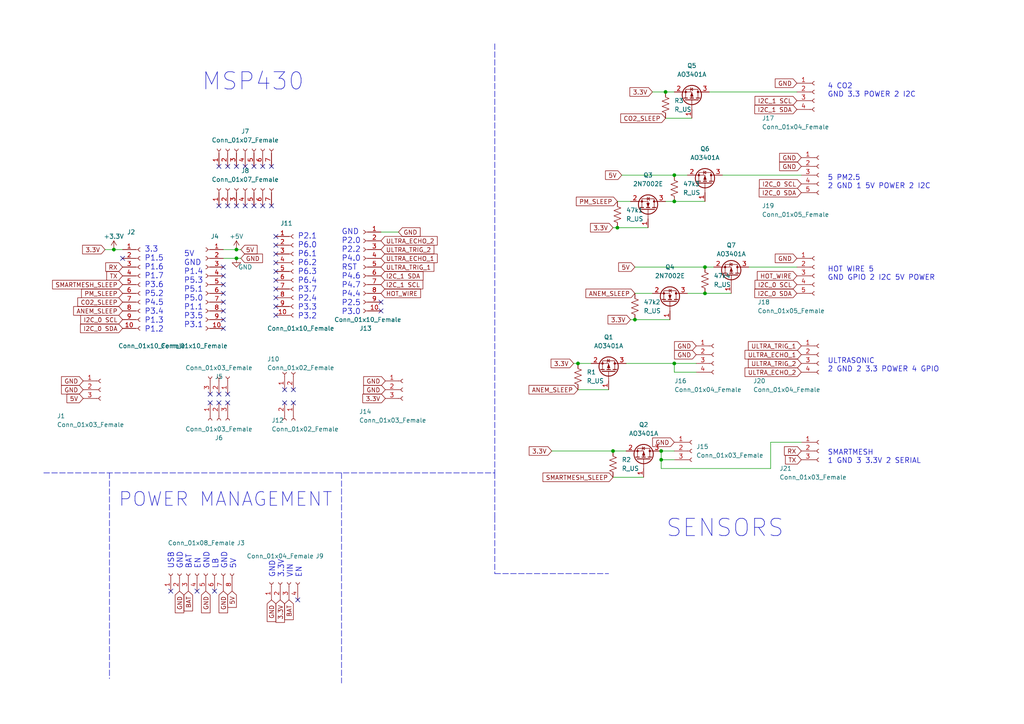
<source format=kicad_sch>
(kicad_sch (version 20211123) (generator eeschema)

  (uuid feae265f-a67e-43cd-ab64-7f64667f9e79)

  (paper "A4")

  (lib_symbols
    (symbol "Connector:Conn_01x02_Female" (pin_names (offset 1.016) hide) (in_bom yes) (on_board yes)
      (property "Reference" "J" (id 0) (at 0 2.54 0)
        (effects (font (size 1.27 1.27)))
      )
      (property "Value" "Conn_01x02_Female" (id 1) (at 0 -5.08 0)
        (effects (font (size 1.27 1.27)))
      )
      (property "Footprint" "" (id 2) (at 0 0 0)
        (effects (font (size 1.27 1.27)) hide)
      )
      (property "Datasheet" "~" (id 3) (at 0 0 0)
        (effects (font (size 1.27 1.27)) hide)
      )
      (property "ki_keywords" "connector" (id 4) (at 0 0 0)
        (effects (font (size 1.27 1.27)) hide)
      )
      (property "ki_description" "Generic connector, single row, 01x02, script generated (kicad-library-utils/schlib/autogen/connector/)" (id 5) (at 0 0 0)
        (effects (font (size 1.27 1.27)) hide)
      )
      (property "ki_fp_filters" "Connector*:*_1x??_*" (id 6) (at 0 0 0)
        (effects (font (size 1.27 1.27)) hide)
      )
      (symbol "Conn_01x02_Female_1_1"
        (arc (start 0 -2.032) (mid -0.508 -2.54) (end 0 -3.048)
          (stroke (width 0.1524) (type default) (color 0 0 0 0))
          (fill (type none))
        )
        (polyline
          (pts
            (xy -1.27 -2.54)
            (xy -0.508 -2.54)
          )
          (stroke (width 0.1524) (type default) (color 0 0 0 0))
          (fill (type none))
        )
        (polyline
          (pts
            (xy -1.27 0)
            (xy -0.508 0)
          )
          (stroke (width 0.1524) (type default) (color 0 0 0 0))
          (fill (type none))
        )
        (arc (start 0 0.508) (mid -0.508 0) (end 0 -0.508)
          (stroke (width 0.1524) (type default) (color 0 0 0 0))
          (fill (type none))
        )
        (pin passive line (at -5.08 0 0) (length 3.81)
          (name "Pin_1" (effects (font (size 1.27 1.27))))
          (number "1" (effects (font (size 1.27 1.27))))
        )
        (pin passive line (at -5.08 -2.54 0) (length 3.81)
          (name "Pin_2" (effects (font (size 1.27 1.27))))
          (number "2" (effects (font (size 1.27 1.27))))
        )
      )
    )
    (symbol "Connector:Conn_01x03_Female" (pin_names (offset 1.016) hide) (in_bom yes) (on_board yes)
      (property "Reference" "J" (id 0) (at 0 5.08 0)
        (effects (font (size 1.27 1.27)))
      )
      (property "Value" "Conn_01x03_Female" (id 1) (at 0 -5.08 0)
        (effects (font (size 1.27 1.27)))
      )
      (property "Footprint" "" (id 2) (at 0 0 0)
        (effects (font (size 1.27 1.27)) hide)
      )
      (property "Datasheet" "~" (id 3) (at 0 0 0)
        (effects (font (size 1.27 1.27)) hide)
      )
      (property "ki_keywords" "connector" (id 4) (at 0 0 0)
        (effects (font (size 1.27 1.27)) hide)
      )
      (property "ki_description" "Generic connector, single row, 01x03, script generated (kicad-library-utils/schlib/autogen/connector/)" (id 5) (at 0 0 0)
        (effects (font (size 1.27 1.27)) hide)
      )
      (property "ki_fp_filters" "Connector*:*_1x??_*" (id 6) (at 0 0 0)
        (effects (font (size 1.27 1.27)) hide)
      )
      (symbol "Conn_01x03_Female_1_1"
        (arc (start 0 -2.032) (mid -0.508 -2.54) (end 0 -3.048)
          (stroke (width 0.1524) (type default) (color 0 0 0 0))
          (fill (type none))
        )
        (polyline
          (pts
            (xy -1.27 -2.54)
            (xy -0.508 -2.54)
          )
          (stroke (width 0.1524) (type default) (color 0 0 0 0))
          (fill (type none))
        )
        (polyline
          (pts
            (xy -1.27 0)
            (xy -0.508 0)
          )
          (stroke (width 0.1524) (type default) (color 0 0 0 0))
          (fill (type none))
        )
        (polyline
          (pts
            (xy -1.27 2.54)
            (xy -0.508 2.54)
          )
          (stroke (width 0.1524) (type default) (color 0 0 0 0))
          (fill (type none))
        )
        (arc (start 0 0.508) (mid -0.508 0) (end 0 -0.508)
          (stroke (width 0.1524) (type default) (color 0 0 0 0))
          (fill (type none))
        )
        (arc (start 0 3.048) (mid -0.508 2.54) (end 0 2.032)
          (stroke (width 0.1524) (type default) (color 0 0 0 0))
          (fill (type none))
        )
        (pin passive line (at -5.08 2.54 0) (length 3.81)
          (name "Pin_1" (effects (font (size 1.27 1.27))))
          (number "1" (effects (font (size 1.27 1.27))))
        )
        (pin passive line (at -5.08 0 0) (length 3.81)
          (name "Pin_2" (effects (font (size 1.27 1.27))))
          (number "2" (effects (font (size 1.27 1.27))))
        )
        (pin passive line (at -5.08 -2.54 0) (length 3.81)
          (name "Pin_3" (effects (font (size 1.27 1.27))))
          (number "3" (effects (font (size 1.27 1.27))))
        )
      )
    )
    (symbol "Connector:Conn_01x04_Female" (pin_names (offset 1.016) hide) (in_bom yes) (on_board yes)
      (property "Reference" "J" (id 0) (at 0 5.08 0)
        (effects (font (size 1.27 1.27)))
      )
      (property "Value" "Conn_01x04_Female" (id 1) (at 0 -7.62 0)
        (effects (font (size 1.27 1.27)))
      )
      (property "Footprint" "" (id 2) (at 0 0 0)
        (effects (font (size 1.27 1.27)) hide)
      )
      (property "Datasheet" "~" (id 3) (at 0 0 0)
        (effects (font (size 1.27 1.27)) hide)
      )
      (property "ki_keywords" "connector" (id 4) (at 0 0 0)
        (effects (font (size 1.27 1.27)) hide)
      )
      (property "ki_description" "Generic connector, single row, 01x04, script generated (kicad-library-utils/schlib/autogen/connector/)" (id 5) (at 0 0 0)
        (effects (font (size 1.27 1.27)) hide)
      )
      (property "ki_fp_filters" "Connector*:*_1x??_*" (id 6) (at 0 0 0)
        (effects (font (size 1.27 1.27)) hide)
      )
      (symbol "Conn_01x04_Female_1_1"
        (arc (start 0 -4.572) (mid -0.508 -5.08) (end 0 -5.588)
          (stroke (width 0.1524) (type default) (color 0 0 0 0))
          (fill (type none))
        )
        (arc (start 0 -2.032) (mid -0.508 -2.54) (end 0 -3.048)
          (stroke (width 0.1524) (type default) (color 0 0 0 0))
          (fill (type none))
        )
        (polyline
          (pts
            (xy -1.27 -5.08)
            (xy -0.508 -5.08)
          )
          (stroke (width 0.1524) (type default) (color 0 0 0 0))
          (fill (type none))
        )
        (polyline
          (pts
            (xy -1.27 -2.54)
            (xy -0.508 -2.54)
          )
          (stroke (width 0.1524) (type default) (color 0 0 0 0))
          (fill (type none))
        )
        (polyline
          (pts
            (xy -1.27 0)
            (xy -0.508 0)
          )
          (stroke (width 0.1524) (type default) (color 0 0 0 0))
          (fill (type none))
        )
        (polyline
          (pts
            (xy -1.27 2.54)
            (xy -0.508 2.54)
          )
          (stroke (width 0.1524) (type default) (color 0 0 0 0))
          (fill (type none))
        )
        (arc (start 0 0.508) (mid -0.508 0) (end 0 -0.508)
          (stroke (width 0.1524) (type default) (color 0 0 0 0))
          (fill (type none))
        )
        (arc (start 0 3.048) (mid -0.508 2.54) (end 0 2.032)
          (stroke (width 0.1524) (type default) (color 0 0 0 0))
          (fill (type none))
        )
        (pin passive line (at -5.08 2.54 0) (length 3.81)
          (name "Pin_1" (effects (font (size 1.27 1.27))))
          (number "1" (effects (font (size 1.27 1.27))))
        )
        (pin passive line (at -5.08 0 0) (length 3.81)
          (name "Pin_2" (effects (font (size 1.27 1.27))))
          (number "2" (effects (font (size 1.27 1.27))))
        )
        (pin passive line (at -5.08 -2.54 0) (length 3.81)
          (name "Pin_3" (effects (font (size 1.27 1.27))))
          (number "3" (effects (font (size 1.27 1.27))))
        )
        (pin passive line (at -5.08 -5.08 0) (length 3.81)
          (name "Pin_4" (effects (font (size 1.27 1.27))))
          (number "4" (effects (font (size 1.27 1.27))))
        )
      )
    )
    (symbol "Connector:Conn_01x05_Female" (pin_names (offset 1.016) hide) (in_bom yes) (on_board yes)
      (property "Reference" "J" (id 0) (at 0 7.62 0)
        (effects (font (size 1.27 1.27)))
      )
      (property "Value" "Conn_01x05_Female" (id 1) (at 0 -7.62 0)
        (effects (font (size 1.27 1.27)))
      )
      (property "Footprint" "" (id 2) (at 0 0 0)
        (effects (font (size 1.27 1.27)) hide)
      )
      (property "Datasheet" "~" (id 3) (at 0 0 0)
        (effects (font (size 1.27 1.27)) hide)
      )
      (property "ki_keywords" "connector" (id 4) (at 0 0 0)
        (effects (font (size 1.27 1.27)) hide)
      )
      (property "ki_description" "Generic connector, single row, 01x05, script generated (kicad-library-utils/schlib/autogen/connector/)" (id 5) (at 0 0 0)
        (effects (font (size 1.27 1.27)) hide)
      )
      (property "ki_fp_filters" "Connector*:*_1x??_*" (id 6) (at 0 0 0)
        (effects (font (size 1.27 1.27)) hide)
      )
      (symbol "Conn_01x05_Female_1_1"
        (arc (start 0 -4.572) (mid -0.508 -5.08) (end 0 -5.588)
          (stroke (width 0.1524) (type default) (color 0 0 0 0))
          (fill (type none))
        )
        (arc (start 0 -2.032) (mid -0.508 -2.54) (end 0 -3.048)
          (stroke (width 0.1524) (type default) (color 0 0 0 0))
          (fill (type none))
        )
        (polyline
          (pts
            (xy -1.27 -5.08)
            (xy -0.508 -5.08)
          )
          (stroke (width 0.1524) (type default) (color 0 0 0 0))
          (fill (type none))
        )
        (polyline
          (pts
            (xy -1.27 -2.54)
            (xy -0.508 -2.54)
          )
          (stroke (width 0.1524) (type default) (color 0 0 0 0))
          (fill (type none))
        )
        (polyline
          (pts
            (xy -1.27 0)
            (xy -0.508 0)
          )
          (stroke (width 0.1524) (type default) (color 0 0 0 0))
          (fill (type none))
        )
        (polyline
          (pts
            (xy -1.27 2.54)
            (xy -0.508 2.54)
          )
          (stroke (width 0.1524) (type default) (color 0 0 0 0))
          (fill (type none))
        )
        (polyline
          (pts
            (xy -1.27 5.08)
            (xy -0.508 5.08)
          )
          (stroke (width 0.1524) (type default) (color 0 0 0 0))
          (fill (type none))
        )
        (arc (start 0 0.508) (mid -0.508 0) (end 0 -0.508)
          (stroke (width 0.1524) (type default) (color 0 0 0 0))
          (fill (type none))
        )
        (arc (start 0 3.048) (mid -0.508 2.54) (end 0 2.032)
          (stroke (width 0.1524) (type default) (color 0 0 0 0))
          (fill (type none))
        )
        (arc (start 0 5.588) (mid -0.508 5.08) (end 0 4.572)
          (stroke (width 0.1524) (type default) (color 0 0 0 0))
          (fill (type none))
        )
        (pin passive line (at -5.08 5.08 0) (length 3.81)
          (name "Pin_1" (effects (font (size 1.27 1.27))))
          (number "1" (effects (font (size 1.27 1.27))))
        )
        (pin passive line (at -5.08 2.54 0) (length 3.81)
          (name "Pin_2" (effects (font (size 1.27 1.27))))
          (number "2" (effects (font (size 1.27 1.27))))
        )
        (pin passive line (at -5.08 0 0) (length 3.81)
          (name "Pin_3" (effects (font (size 1.27 1.27))))
          (number "3" (effects (font (size 1.27 1.27))))
        )
        (pin passive line (at -5.08 -2.54 0) (length 3.81)
          (name "Pin_4" (effects (font (size 1.27 1.27))))
          (number "4" (effects (font (size 1.27 1.27))))
        )
        (pin passive line (at -5.08 -5.08 0) (length 3.81)
          (name "Pin_5" (effects (font (size 1.27 1.27))))
          (number "5" (effects (font (size 1.27 1.27))))
        )
      )
    )
    (symbol "Connector:Conn_01x07_Female" (pin_names (offset 1.016) hide) (in_bom yes) (on_board yes)
      (property "Reference" "J" (id 0) (at 0 10.16 0)
        (effects (font (size 1.27 1.27)))
      )
      (property "Value" "Conn_01x07_Female" (id 1) (at 0 -10.16 0)
        (effects (font (size 1.27 1.27)))
      )
      (property "Footprint" "" (id 2) (at 0 0 0)
        (effects (font (size 1.27 1.27)) hide)
      )
      (property "Datasheet" "~" (id 3) (at 0 0 0)
        (effects (font (size 1.27 1.27)) hide)
      )
      (property "ki_keywords" "connector" (id 4) (at 0 0 0)
        (effects (font (size 1.27 1.27)) hide)
      )
      (property "ki_description" "Generic connector, single row, 01x07, script generated (kicad-library-utils/schlib/autogen/connector/)" (id 5) (at 0 0 0)
        (effects (font (size 1.27 1.27)) hide)
      )
      (property "ki_fp_filters" "Connector*:*_1x??_*" (id 6) (at 0 0 0)
        (effects (font (size 1.27 1.27)) hide)
      )
      (symbol "Conn_01x07_Female_1_1"
        (arc (start 0 -7.112) (mid -0.508 -7.62) (end 0 -8.128)
          (stroke (width 0.1524) (type default) (color 0 0 0 0))
          (fill (type none))
        )
        (arc (start 0 -4.572) (mid -0.508 -5.08) (end 0 -5.588)
          (stroke (width 0.1524) (type default) (color 0 0 0 0))
          (fill (type none))
        )
        (arc (start 0 -2.032) (mid -0.508 -2.54) (end 0 -3.048)
          (stroke (width 0.1524) (type default) (color 0 0 0 0))
          (fill (type none))
        )
        (polyline
          (pts
            (xy -1.27 -7.62)
            (xy -0.508 -7.62)
          )
          (stroke (width 0.1524) (type default) (color 0 0 0 0))
          (fill (type none))
        )
        (polyline
          (pts
            (xy -1.27 -5.08)
            (xy -0.508 -5.08)
          )
          (stroke (width 0.1524) (type default) (color 0 0 0 0))
          (fill (type none))
        )
        (polyline
          (pts
            (xy -1.27 -2.54)
            (xy -0.508 -2.54)
          )
          (stroke (width 0.1524) (type default) (color 0 0 0 0))
          (fill (type none))
        )
        (polyline
          (pts
            (xy -1.27 0)
            (xy -0.508 0)
          )
          (stroke (width 0.1524) (type default) (color 0 0 0 0))
          (fill (type none))
        )
        (polyline
          (pts
            (xy -1.27 2.54)
            (xy -0.508 2.54)
          )
          (stroke (width 0.1524) (type default) (color 0 0 0 0))
          (fill (type none))
        )
        (polyline
          (pts
            (xy -1.27 5.08)
            (xy -0.508 5.08)
          )
          (stroke (width 0.1524) (type default) (color 0 0 0 0))
          (fill (type none))
        )
        (polyline
          (pts
            (xy -1.27 7.62)
            (xy -0.508 7.62)
          )
          (stroke (width 0.1524) (type default) (color 0 0 0 0))
          (fill (type none))
        )
        (arc (start 0 0.508) (mid -0.508 0) (end 0 -0.508)
          (stroke (width 0.1524) (type default) (color 0 0 0 0))
          (fill (type none))
        )
        (arc (start 0 3.048) (mid -0.508 2.54) (end 0 2.032)
          (stroke (width 0.1524) (type default) (color 0 0 0 0))
          (fill (type none))
        )
        (arc (start 0 5.588) (mid -0.508 5.08) (end 0 4.572)
          (stroke (width 0.1524) (type default) (color 0 0 0 0))
          (fill (type none))
        )
        (arc (start 0 8.128) (mid -0.508 7.62) (end 0 7.112)
          (stroke (width 0.1524) (type default) (color 0 0 0 0))
          (fill (type none))
        )
        (pin passive line (at -5.08 7.62 0) (length 3.81)
          (name "Pin_1" (effects (font (size 1.27 1.27))))
          (number "1" (effects (font (size 1.27 1.27))))
        )
        (pin passive line (at -5.08 5.08 0) (length 3.81)
          (name "Pin_2" (effects (font (size 1.27 1.27))))
          (number "2" (effects (font (size 1.27 1.27))))
        )
        (pin passive line (at -5.08 2.54 0) (length 3.81)
          (name "Pin_3" (effects (font (size 1.27 1.27))))
          (number "3" (effects (font (size 1.27 1.27))))
        )
        (pin passive line (at -5.08 0 0) (length 3.81)
          (name "Pin_4" (effects (font (size 1.27 1.27))))
          (number "4" (effects (font (size 1.27 1.27))))
        )
        (pin passive line (at -5.08 -2.54 0) (length 3.81)
          (name "Pin_5" (effects (font (size 1.27 1.27))))
          (number "5" (effects (font (size 1.27 1.27))))
        )
        (pin passive line (at -5.08 -5.08 0) (length 3.81)
          (name "Pin_6" (effects (font (size 1.27 1.27))))
          (number "6" (effects (font (size 1.27 1.27))))
        )
        (pin passive line (at -5.08 -7.62 0) (length 3.81)
          (name "Pin_7" (effects (font (size 1.27 1.27))))
          (number "7" (effects (font (size 1.27 1.27))))
        )
      )
    )
    (symbol "Connector:Conn_01x08_Female" (pin_names (offset 1.016) hide) (in_bom yes) (on_board yes)
      (property "Reference" "J" (id 0) (at 0 10.16 0)
        (effects (font (size 1.27 1.27)))
      )
      (property "Value" "Conn_01x08_Female" (id 1) (at 0 -12.7 0)
        (effects (font (size 1.27 1.27)))
      )
      (property "Footprint" "" (id 2) (at 0 0 0)
        (effects (font (size 1.27 1.27)) hide)
      )
      (property "Datasheet" "~" (id 3) (at 0 0 0)
        (effects (font (size 1.27 1.27)) hide)
      )
      (property "ki_keywords" "connector" (id 4) (at 0 0 0)
        (effects (font (size 1.27 1.27)) hide)
      )
      (property "ki_description" "Generic connector, single row, 01x08, script generated (kicad-library-utils/schlib/autogen/connector/)" (id 5) (at 0 0 0)
        (effects (font (size 1.27 1.27)) hide)
      )
      (property "ki_fp_filters" "Connector*:*_1x??_*" (id 6) (at 0 0 0)
        (effects (font (size 1.27 1.27)) hide)
      )
      (symbol "Conn_01x08_Female_1_1"
        (arc (start 0 -9.652) (mid -0.508 -10.16) (end 0 -10.668)
          (stroke (width 0.1524) (type default) (color 0 0 0 0))
          (fill (type none))
        )
        (arc (start 0 -7.112) (mid -0.508 -7.62) (end 0 -8.128)
          (stroke (width 0.1524) (type default) (color 0 0 0 0))
          (fill (type none))
        )
        (arc (start 0 -4.572) (mid -0.508 -5.08) (end 0 -5.588)
          (stroke (width 0.1524) (type default) (color 0 0 0 0))
          (fill (type none))
        )
        (arc (start 0 -2.032) (mid -0.508 -2.54) (end 0 -3.048)
          (stroke (width 0.1524) (type default) (color 0 0 0 0))
          (fill (type none))
        )
        (polyline
          (pts
            (xy -1.27 -10.16)
            (xy -0.508 -10.16)
          )
          (stroke (width 0.1524) (type default) (color 0 0 0 0))
          (fill (type none))
        )
        (polyline
          (pts
            (xy -1.27 -7.62)
            (xy -0.508 -7.62)
          )
          (stroke (width 0.1524) (type default) (color 0 0 0 0))
          (fill (type none))
        )
        (polyline
          (pts
            (xy -1.27 -5.08)
            (xy -0.508 -5.08)
          )
          (stroke (width 0.1524) (type default) (color 0 0 0 0))
          (fill (type none))
        )
        (polyline
          (pts
            (xy -1.27 -2.54)
            (xy -0.508 -2.54)
          )
          (stroke (width 0.1524) (type default) (color 0 0 0 0))
          (fill (type none))
        )
        (polyline
          (pts
            (xy -1.27 0)
            (xy -0.508 0)
          )
          (stroke (width 0.1524) (type default) (color 0 0 0 0))
          (fill (type none))
        )
        (polyline
          (pts
            (xy -1.27 2.54)
            (xy -0.508 2.54)
          )
          (stroke (width 0.1524) (type default) (color 0 0 0 0))
          (fill (type none))
        )
        (polyline
          (pts
            (xy -1.27 5.08)
            (xy -0.508 5.08)
          )
          (stroke (width 0.1524) (type default) (color 0 0 0 0))
          (fill (type none))
        )
        (polyline
          (pts
            (xy -1.27 7.62)
            (xy -0.508 7.62)
          )
          (stroke (width 0.1524) (type default) (color 0 0 0 0))
          (fill (type none))
        )
        (arc (start 0 0.508) (mid -0.508 0) (end 0 -0.508)
          (stroke (width 0.1524) (type default) (color 0 0 0 0))
          (fill (type none))
        )
        (arc (start 0 3.048) (mid -0.508 2.54) (end 0 2.032)
          (stroke (width 0.1524) (type default) (color 0 0 0 0))
          (fill (type none))
        )
        (arc (start 0 5.588) (mid -0.508 5.08) (end 0 4.572)
          (stroke (width 0.1524) (type default) (color 0 0 0 0))
          (fill (type none))
        )
        (arc (start 0 8.128) (mid -0.508 7.62) (end 0 7.112)
          (stroke (width 0.1524) (type default) (color 0 0 0 0))
          (fill (type none))
        )
        (pin passive line (at -5.08 7.62 0) (length 3.81)
          (name "Pin_1" (effects (font (size 1.27 1.27))))
          (number "1" (effects (font (size 1.27 1.27))))
        )
        (pin passive line (at -5.08 5.08 0) (length 3.81)
          (name "Pin_2" (effects (font (size 1.27 1.27))))
          (number "2" (effects (font (size 1.27 1.27))))
        )
        (pin passive line (at -5.08 2.54 0) (length 3.81)
          (name "Pin_3" (effects (font (size 1.27 1.27))))
          (number "3" (effects (font (size 1.27 1.27))))
        )
        (pin passive line (at -5.08 0 0) (length 3.81)
          (name "Pin_4" (effects (font (size 1.27 1.27))))
          (number "4" (effects (font (size 1.27 1.27))))
        )
        (pin passive line (at -5.08 -2.54 0) (length 3.81)
          (name "Pin_5" (effects (font (size 1.27 1.27))))
          (number "5" (effects (font (size 1.27 1.27))))
        )
        (pin passive line (at -5.08 -5.08 0) (length 3.81)
          (name "Pin_6" (effects (font (size 1.27 1.27))))
          (number "6" (effects (font (size 1.27 1.27))))
        )
        (pin passive line (at -5.08 -7.62 0) (length 3.81)
          (name "Pin_7" (effects (font (size 1.27 1.27))))
          (number "7" (effects (font (size 1.27 1.27))))
        )
        (pin passive line (at -5.08 -10.16 0) (length 3.81)
          (name "Pin_8" (effects (font (size 1.27 1.27))))
          (number "8" (effects (font (size 1.27 1.27))))
        )
      )
    )
    (symbol "Connector:Conn_01x10_Female" (pin_names (offset 1.016) hide) (in_bom yes) (on_board yes)
      (property "Reference" "J" (id 0) (at 0 12.7 0)
        (effects (font (size 1.27 1.27)))
      )
      (property "Value" "Conn_01x10_Female" (id 1) (at 0 -15.24 0)
        (effects (font (size 1.27 1.27)))
      )
      (property "Footprint" "" (id 2) (at 0 0 0)
        (effects (font (size 1.27 1.27)) hide)
      )
      (property "Datasheet" "~" (id 3) (at 0 0 0)
        (effects (font (size 1.27 1.27)) hide)
      )
      (property "ki_keywords" "connector" (id 4) (at 0 0 0)
        (effects (font (size 1.27 1.27)) hide)
      )
      (property "ki_description" "Generic connector, single row, 01x10, script generated (kicad-library-utils/schlib/autogen/connector/)" (id 5) (at 0 0 0)
        (effects (font (size 1.27 1.27)) hide)
      )
      (property "ki_fp_filters" "Connector*:*_1x??_*" (id 6) (at 0 0 0)
        (effects (font (size 1.27 1.27)) hide)
      )
      (symbol "Conn_01x10_Female_1_1"
        (arc (start 0 -12.192) (mid -0.508 -12.7) (end 0 -13.208)
          (stroke (width 0.1524) (type default) (color 0 0 0 0))
          (fill (type none))
        )
        (arc (start 0 -9.652) (mid -0.508 -10.16) (end 0 -10.668)
          (stroke (width 0.1524) (type default) (color 0 0 0 0))
          (fill (type none))
        )
        (arc (start 0 -7.112) (mid -0.508 -7.62) (end 0 -8.128)
          (stroke (width 0.1524) (type default) (color 0 0 0 0))
          (fill (type none))
        )
        (arc (start 0 -4.572) (mid -0.508 -5.08) (end 0 -5.588)
          (stroke (width 0.1524) (type default) (color 0 0 0 0))
          (fill (type none))
        )
        (arc (start 0 -2.032) (mid -0.508 -2.54) (end 0 -3.048)
          (stroke (width 0.1524) (type default) (color 0 0 0 0))
          (fill (type none))
        )
        (polyline
          (pts
            (xy -1.27 -12.7)
            (xy -0.508 -12.7)
          )
          (stroke (width 0.1524) (type default) (color 0 0 0 0))
          (fill (type none))
        )
        (polyline
          (pts
            (xy -1.27 -10.16)
            (xy -0.508 -10.16)
          )
          (stroke (width 0.1524) (type default) (color 0 0 0 0))
          (fill (type none))
        )
        (polyline
          (pts
            (xy -1.27 -7.62)
            (xy -0.508 -7.62)
          )
          (stroke (width 0.1524) (type default) (color 0 0 0 0))
          (fill (type none))
        )
        (polyline
          (pts
            (xy -1.27 -5.08)
            (xy -0.508 -5.08)
          )
          (stroke (width 0.1524) (type default) (color 0 0 0 0))
          (fill (type none))
        )
        (polyline
          (pts
            (xy -1.27 -2.54)
            (xy -0.508 -2.54)
          )
          (stroke (width 0.1524) (type default) (color 0 0 0 0))
          (fill (type none))
        )
        (polyline
          (pts
            (xy -1.27 0)
            (xy -0.508 0)
          )
          (stroke (width 0.1524) (type default) (color 0 0 0 0))
          (fill (type none))
        )
        (polyline
          (pts
            (xy -1.27 2.54)
            (xy -0.508 2.54)
          )
          (stroke (width 0.1524) (type default) (color 0 0 0 0))
          (fill (type none))
        )
        (polyline
          (pts
            (xy -1.27 5.08)
            (xy -0.508 5.08)
          )
          (stroke (width 0.1524) (type default) (color 0 0 0 0))
          (fill (type none))
        )
        (polyline
          (pts
            (xy -1.27 7.62)
            (xy -0.508 7.62)
          )
          (stroke (width 0.1524) (type default) (color 0 0 0 0))
          (fill (type none))
        )
        (polyline
          (pts
            (xy -1.27 10.16)
            (xy -0.508 10.16)
          )
          (stroke (width 0.1524) (type default) (color 0 0 0 0))
          (fill (type none))
        )
        (arc (start 0 0.508) (mid -0.508 0) (end 0 -0.508)
          (stroke (width 0.1524) (type default) (color 0 0 0 0))
          (fill (type none))
        )
        (arc (start 0 3.048) (mid -0.508 2.54) (end 0 2.032)
          (stroke (width 0.1524) (type default) (color 0 0 0 0))
          (fill (type none))
        )
        (arc (start 0 5.588) (mid -0.508 5.08) (end 0 4.572)
          (stroke (width 0.1524) (type default) (color 0 0 0 0))
          (fill (type none))
        )
        (arc (start 0 8.128) (mid -0.508 7.62) (end 0 7.112)
          (stroke (width 0.1524) (type default) (color 0 0 0 0))
          (fill (type none))
        )
        (arc (start 0 10.668) (mid -0.508 10.16) (end 0 9.652)
          (stroke (width 0.1524) (type default) (color 0 0 0 0))
          (fill (type none))
        )
        (pin passive line (at -5.08 10.16 0) (length 3.81)
          (name "Pin_1" (effects (font (size 1.27 1.27))))
          (number "1" (effects (font (size 1.27 1.27))))
        )
        (pin passive line (at -5.08 -12.7 0) (length 3.81)
          (name "Pin_10" (effects (font (size 1.27 1.27))))
          (number "10" (effects (font (size 1.27 1.27))))
        )
        (pin passive line (at -5.08 7.62 0) (length 3.81)
          (name "Pin_2" (effects (font (size 1.27 1.27))))
          (number "2" (effects (font (size 1.27 1.27))))
        )
        (pin passive line (at -5.08 5.08 0) (length 3.81)
          (name "Pin_3" (effects (font (size 1.27 1.27))))
          (number "3" (effects (font (size 1.27 1.27))))
        )
        (pin passive line (at -5.08 2.54 0) (length 3.81)
          (name "Pin_4" (effects (font (size 1.27 1.27))))
          (number "4" (effects (font (size 1.27 1.27))))
        )
        (pin passive line (at -5.08 0 0) (length 3.81)
          (name "Pin_5" (effects (font (size 1.27 1.27))))
          (number "5" (effects (font (size 1.27 1.27))))
        )
        (pin passive line (at -5.08 -2.54 0) (length 3.81)
          (name "Pin_6" (effects (font (size 1.27 1.27))))
          (number "6" (effects (font (size 1.27 1.27))))
        )
        (pin passive line (at -5.08 -5.08 0) (length 3.81)
          (name "Pin_7" (effects (font (size 1.27 1.27))))
          (number "7" (effects (font (size 1.27 1.27))))
        )
        (pin passive line (at -5.08 -7.62 0) (length 3.81)
          (name "Pin_8" (effects (font (size 1.27 1.27))))
          (number "8" (effects (font (size 1.27 1.27))))
        )
        (pin passive line (at -5.08 -10.16 0) (length 3.81)
          (name "Pin_9" (effects (font (size 1.27 1.27))))
          (number "9" (effects (font (size 1.27 1.27))))
        )
      )
    )
    (symbol "Device:R_US" (pin_numbers hide) (pin_names (offset 0)) (in_bom yes) (on_board yes)
      (property "Reference" "R" (id 0) (at 2.54 0 90)
        (effects (font (size 1.27 1.27)))
      )
      (property "Value" "R_US" (id 1) (at -2.54 0 90)
        (effects (font (size 1.27 1.27)))
      )
      (property "Footprint" "" (id 2) (at 1.016 -0.254 90)
        (effects (font (size 1.27 1.27)) hide)
      )
      (property "Datasheet" "~" (id 3) (at 0 0 0)
        (effects (font (size 1.27 1.27)) hide)
      )
      (property "ki_keywords" "R res resistor" (id 4) (at 0 0 0)
        (effects (font (size 1.27 1.27)) hide)
      )
      (property "ki_description" "Resistor, US symbol" (id 5) (at 0 0 0)
        (effects (font (size 1.27 1.27)) hide)
      )
      (property "ki_fp_filters" "R_*" (id 6) (at 0 0 0)
        (effects (font (size 1.27 1.27)) hide)
      )
      (symbol "R_US_0_1"
        (polyline
          (pts
            (xy 0 -2.286)
            (xy 0 -2.54)
          )
          (stroke (width 0) (type default) (color 0 0 0 0))
          (fill (type none))
        )
        (polyline
          (pts
            (xy 0 2.286)
            (xy 0 2.54)
          )
          (stroke (width 0) (type default) (color 0 0 0 0))
          (fill (type none))
        )
        (polyline
          (pts
            (xy 0 -0.762)
            (xy 1.016 -1.143)
            (xy 0 -1.524)
            (xy -1.016 -1.905)
            (xy 0 -2.286)
          )
          (stroke (width 0) (type default) (color 0 0 0 0))
          (fill (type none))
        )
        (polyline
          (pts
            (xy 0 0.762)
            (xy 1.016 0.381)
            (xy 0 0)
            (xy -1.016 -0.381)
            (xy 0 -0.762)
          )
          (stroke (width 0) (type default) (color 0 0 0 0))
          (fill (type none))
        )
        (polyline
          (pts
            (xy 0 2.286)
            (xy 1.016 1.905)
            (xy 0 1.524)
            (xy -1.016 1.143)
            (xy 0 0.762)
          )
          (stroke (width 0) (type default) (color 0 0 0 0))
          (fill (type none))
        )
      )
      (symbol "R_US_1_1"
        (pin passive line (at 0 3.81 270) (length 1.27)
          (name "~" (effects (font (size 1.27 1.27))))
          (number "1" (effects (font (size 1.27 1.27))))
        )
        (pin passive line (at 0 -3.81 90) (length 1.27)
          (name "~" (effects (font (size 1.27 1.27))))
          (number "2" (effects (font (size 1.27 1.27))))
        )
      )
    )
    (symbol "Transistor_FET:2N7002E" (pin_names hide) (in_bom yes) (on_board yes)
      (property "Reference" "Q" (id 0) (at 5.08 1.905 0)
        (effects (font (size 1.27 1.27)) (justify left))
      )
      (property "Value" "2N7002E" (id 1) (at 5.08 0 0)
        (effects (font (size 1.27 1.27)) (justify left))
      )
      (property "Footprint" "Package_TO_SOT_SMD:SOT-23" (id 2) (at 5.08 -1.905 0)
        (effects (font (size 1.27 1.27) italic) (justify left) hide)
      )
      (property "Datasheet" "http://www.diodes.com/assets/Datasheets/ds30376.pdf" (id 3) (at 0 0 0)
        (effects (font (size 1.27 1.27)) (justify left) hide)
      )
      (property "ki_keywords" "N-Channel MOSFET" (id 4) (at 0 0 0)
        (effects (font (size 1.27 1.27)) hide)
      )
      (property "ki_description" "0.24A Id, 60V Vds, N-Channel MOSFET, SOT-23" (id 5) (at 0 0 0)
        (effects (font (size 1.27 1.27)) hide)
      )
      (property "ki_fp_filters" "SOT?23*" (id 6) (at 0 0 0)
        (effects (font (size 1.27 1.27)) hide)
      )
      (symbol "2N7002E_0_1"
        (polyline
          (pts
            (xy 0.254 0)
            (xy -2.54 0)
          )
          (stroke (width 0) (type default) (color 0 0 0 0))
          (fill (type none))
        )
        (polyline
          (pts
            (xy 0.254 1.905)
            (xy 0.254 -1.905)
          )
          (stroke (width 0.254) (type default) (color 0 0 0 0))
          (fill (type none))
        )
        (polyline
          (pts
            (xy 0.762 -1.27)
            (xy 0.762 -2.286)
          )
          (stroke (width 0.254) (type default) (color 0 0 0 0))
          (fill (type none))
        )
        (polyline
          (pts
            (xy 0.762 0.508)
            (xy 0.762 -0.508)
          )
          (stroke (width 0.254) (type default) (color 0 0 0 0))
          (fill (type none))
        )
        (polyline
          (pts
            (xy 0.762 2.286)
            (xy 0.762 1.27)
          )
          (stroke (width 0.254) (type default) (color 0 0 0 0))
          (fill (type none))
        )
        (polyline
          (pts
            (xy 2.54 2.54)
            (xy 2.54 1.778)
          )
          (stroke (width 0) (type default) (color 0 0 0 0))
          (fill (type none))
        )
        (polyline
          (pts
            (xy 2.54 -2.54)
            (xy 2.54 0)
            (xy 0.762 0)
          )
          (stroke (width 0) (type default) (color 0 0 0 0))
          (fill (type none))
        )
        (polyline
          (pts
            (xy 0.762 -1.778)
            (xy 3.302 -1.778)
            (xy 3.302 1.778)
            (xy 0.762 1.778)
          )
          (stroke (width 0) (type default) (color 0 0 0 0))
          (fill (type none))
        )
        (polyline
          (pts
            (xy 1.016 0)
            (xy 2.032 0.381)
            (xy 2.032 -0.381)
            (xy 1.016 0)
          )
          (stroke (width 0) (type default) (color 0 0 0 0))
          (fill (type outline))
        )
        (polyline
          (pts
            (xy 2.794 0.508)
            (xy 2.921 0.381)
            (xy 3.683 0.381)
            (xy 3.81 0.254)
          )
          (stroke (width 0) (type default) (color 0 0 0 0))
          (fill (type none))
        )
        (polyline
          (pts
            (xy 3.302 0.381)
            (xy 2.921 -0.254)
            (xy 3.683 -0.254)
            (xy 3.302 0.381)
          )
          (stroke (width 0) (type default) (color 0 0 0 0))
          (fill (type none))
        )
        (circle (center 1.651 0) (radius 2.794)
          (stroke (width 0.254) (type default) (color 0 0 0 0))
          (fill (type none))
        )
        (circle (center 2.54 -1.778) (radius 0.254)
          (stroke (width 0) (type default) (color 0 0 0 0))
          (fill (type outline))
        )
        (circle (center 2.54 1.778) (radius 0.254)
          (stroke (width 0) (type default) (color 0 0 0 0))
          (fill (type outline))
        )
      )
      (symbol "2N7002E_1_1"
        (pin input line (at -5.08 0 0) (length 2.54)
          (name "G" (effects (font (size 1.27 1.27))))
          (number "1" (effects (font (size 1.27 1.27))))
        )
        (pin passive line (at 2.54 -5.08 90) (length 2.54)
          (name "S" (effects (font (size 1.27 1.27))))
          (number "2" (effects (font (size 1.27 1.27))))
        )
        (pin passive line (at 2.54 5.08 270) (length 2.54)
          (name "D" (effects (font (size 1.27 1.27))))
          (number "3" (effects (font (size 1.27 1.27))))
        )
      )
    )
    (symbol "Transistor_FET:AO3401A" (pin_names hide) (in_bom yes) (on_board yes)
      (property "Reference" "Q" (id 0) (at 5.08 1.905 0)
        (effects (font (size 1.27 1.27)) (justify left))
      )
      (property "Value" "AO3401A" (id 1) (at 5.08 0 0)
        (effects (font (size 1.27 1.27)) (justify left))
      )
      (property "Footprint" "Package_TO_SOT_SMD:SOT-23" (id 2) (at 5.08 -1.905 0)
        (effects (font (size 1.27 1.27) italic) (justify left) hide)
      )
      (property "Datasheet" "http://www.aosmd.com/pdfs/datasheet/AO3401A.pdf" (id 3) (at 0 0 0)
        (effects (font (size 1.27 1.27)) (justify left) hide)
      )
      (property "ki_keywords" "P-Channel MOSFET" (id 4) (at 0 0 0)
        (effects (font (size 1.27 1.27)) hide)
      )
      (property "ki_description" "-4.0A Id, -30V Vds, P-Channel MOSFET, SOT-23" (id 5) (at 0 0 0)
        (effects (font (size 1.27 1.27)) hide)
      )
      (property "ki_fp_filters" "SOT?23*" (id 6) (at 0 0 0)
        (effects (font (size 1.27 1.27)) hide)
      )
      (symbol "AO3401A_0_1"
        (polyline
          (pts
            (xy 0.254 0)
            (xy -2.54 0)
          )
          (stroke (width 0) (type default) (color 0 0 0 0))
          (fill (type none))
        )
        (polyline
          (pts
            (xy 0.254 1.905)
            (xy 0.254 -1.905)
          )
          (stroke (width 0.254) (type default) (color 0 0 0 0))
          (fill (type none))
        )
        (polyline
          (pts
            (xy 0.762 -1.27)
            (xy 0.762 -2.286)
          )
          (stroke (width 0.254) (type default) (color 0 0 0 0))
          (fill (type none))
        )
        (polyline
          (pts
            (xy 0.762 0.508)
            (xy 0.762 -0.508)
          )
          (stroke (width 0.254) (type default) (color 0 0 0 0))
          (fill (type none))
        )
        (polyline
          (pts
            (xy 0.762 2.286)
            (xy 0.762 1.27)
          )
          (stroke (width 0.254) (type default) (color 0 0 0 0))
          (fill (type none))
        )
        (polyline
          (pts
            (xy 2.54 2.54)
            (xy 2.54 1.778)
          )
          (stroke (width 0) (type default) (color 0 0 0 0))
          (fill (type none))
        )
        (polyline
          (pts
            (xy 2.54 -2.54)
            (xy 2.54 0)
            (xy 0.762 0)
          )
          (stroke (width 0) (type default) (color 0 0 0 0))
          (fill (type none))
        )
        (polyline
          (pts
            (xy 0.762 1.778)
            (xy 3.302 1.778)
            (xy 3.302 -1.778)
            (xy 0.762 -1.778)
          )
          (stroke (width 0) (type default) (color 0 0 0 0))
          (fill (type none))
        )
        (polyline
          (pts
            (xy 2.286 0)
            (xy 1.27 0.381)
            (xy 1.27 -0.381)
            (xy 2.286 0)
          )
          (stroke (width 0) (type default) (color 0 0 0 0))
          (fill (type outline))
        )
        (polyline
          (pts
            (xy 2.794 -0.508)
            (xy 2.921 -0.381)
            (xy 3.683 -0.381)
            (xy 3.81 -0.254)
          )
          (stroke (width 0) (type default) (color 0 0 0 0))
          (fill (type none))
        )
        (polyline
          (pts
            (xy 3.302 -0.381)
            (xy 2.921 0.254)
            (xy 3.683 0.254)
            (xy 3.302 -0.381)
          )
          (stroke (width 0) (type default) (color 0 0 0 0))
          (fill (type none))
        )
        (circle (center 1.651 0) (radius 2.794)
          (stroke (width 0.254) (type default) (color 0 0 0 0))
          (fill (type none))
        )
        (circle (center 2.54 -1.778) (radius 0.254)
          (stroke (width 0) (type default) (color 0 0 0 0))
          (fill (type outline))
        )
        (circle (center 2.54 1.778) (radius 0.254)
          (stroke (width 0) (type default) (color 0 0 0 0))
          (fill (type outline))
        )
      )
      (symbol "AO3401A_1_1"
        (pin input line (at -5.08 0 0) (length 2.54)
          (name "G" (effects (font (size 1.27 1.27))))
          (number "1" (effects (font (size 1.27 1.27))))
        )
        (pin passive line (at 2.54 -5.08 90) (length 2.54)
          (name "S" (effects (font (size 1.27 1.27))))
          (number "2" (effects (font (size 1.27 1.27))))
        )
        (pin passive line (at 2.54 5.08 270) (length 2.54)
          (name "D" (effects (font (size 1.27 1.27))))
          (number "3" (effects (font (size 1.27 1.27))))
        )
      )
    )
    (symbol "power:+3.3V" (power) (pin_names (offset 0)) (in_bom yes) (on_board yes)
      (property "Reference" "#PWR" (id 0) (at 0 -3.81 0)
        (effects (font (size 1.27 1.27)) hide)
      )
      (property "Value" "+3.3V" (id 1) (at 0 3.556 0)
        (effects (font (size 1.27 1.27)))
      )
      (property "Footprint" "" (id 2) (at 0 0 0)
        (effects (font (size 1.27 1.27)) hide)
      )
      (property "Datasheet" "" (id 3) (at 0 0 0)
        (effects (font (size 1.27 1.27)) hide)
      )
      (property "ki_keywords" "power-flag" (id 4) (at 0 0 0)
        (effects (font (size 1.27 1.27)) hide)
      )
      (property "ki_description" "Power symbol creates a global label with name \"+3.3V\"" (id 5) (at 0 0 0)
        (effects (font (size 1.27 1.27)) hide)
      )
      (symbol "+3.3V_0_1"
        (polyline
          (pts
            (xy -0.762 1.27)
            (xy 0 2.54)
          )
          (stroke (width 0) (type default) (color 0 0 0 0))
          (fill (type none))
        )
        (polyline
          (pts
            (xy 0 0)
            (xy 0 2.54)
          )
          (stroke (width 0) (type default) (color 0 0 0 0))
          (fill (type none))
        )
        (polyline
          (pts
            (xy 0 2.54)
            (xy 0.762 1.27)
          )
          (stroke (width 0) (type default) (color 0 0 0 0))
          (fill (type none))
        )
      )
      (symbol "+3.3V_1_1"
        (pin power_in line (at 0 0 90) (length 0) hide
          (name "+3.3V" (effects (font (size 1.27 1.27))))
          (number "1" (effects (font (size 1.27 1.27))))
        )
      )
    )
    (symbol "power:+5V" (power) (pin_names (offset 0)) (in_bom yes) (on_board yes)
      (property "Reference" "#PWR" (id 0) (at 0 -3.81 0)
        (effects (font (size 1.27 1.27)) hide)
      )
      (property "Value" "+5V" (id 1) (at 0 3.556 0)
        (effects (font (size 1.27 1.27)))
      )
      (property "Footprint" "" (id 2) (at 0 0 0)
        (effects (font (size 1.27 1.27)) hide)
      )
      (property "Datasheet" "" (id 3) (at 0 0 0)
        (effects (font (size 1.27 1.27)) hide)
      )
      (property "ki_keywords" "power-flag" (id 4) (at 0 0 0)
        (effects (font (size 1.27 1.27)) hide)
      )
      (property "ki_description" "Power symbol creates a global label with name \"+5V\"" (id 5) (at 0 0 0)
        (effects (font (size 1.27 1.27)) hide)
      )
      (symbol "+5V_0_1"
        (polyline
          (pts
            (xy -0.762 1.27)
            (xy 0 2.54)
          )
          (stroke (width 0) (type default) (color 0 0 0 0))
          (fill (type none))
        )
        (polyline
          (pts
            (xy 0 0)
            (xy 0 2.54)
          )
          (stroke (width 0) (type default) (color 0 0 0 0))
          (fill (type none))
        )
        (polyline
          (pts
            (xy 0 2.54)
            (xy 0.762 1.27)
          )
          (stroke (width 0) (type default) (color 0 0 0 0))
          (fill (type none))
        )
      )
      (symbol "+5V_1_1"
        (pin power_in line (at 0 0 90) (length 0) hide
          (name "+5V" (effects (font (size 1.27 1.27))))
          (number "1" (effects (font (size 1.27 1.27))))
        )
      )
    )
    (symbol "power:GND" (power) (pin_names (offset 0)) (in_bom yes) (on_board yes)
      (property "Reference" "#PWR" (id 0) (at 0 -6.35 0)
        (effects (font (size 1.27 1.27)) hide)
      )
      (property "Value" "GND" (id 1) (at 0 -3.81 0)
        (effects (font (size 1.27 1.27)))
      )
      (property "Footprint" "" (id 2) (at 0 0 0)
        (effects (font (size 1.27 1.27)) hide)
      )
      (property "Datasheet" "" (id 3) (at 0 0 0)
        (effects (font (size 1.27 1.27)) hide)
      )
      (property "ki_keywords" "power-flag" (id 4) (at 0 0 0)
        (effects (font (size 1.27 1.27)) hide)
      )
      (property "ki_description" "Power symbol creates a global label with name \"GND\" , ground" (id 5) (at 0 0 0)
        (effects (font (size 1.27 1.27)) hide)
      )
      (symbol "GND_0_1"
        (polyline
          (pts
            (xy 0 0)
            (xy 0 -1.27)
            (xy 1.27 -1.27)
            (xy 0 -2.54)
            (xy -1.27 -1.27)
            (xy 0 -1.27)
          )
          (stroke (width 0) (type default) (color 0 0 0 0))
          (fill (type none))
        )
      )
      (symbol "GND_1_1"
        (pin power_in line (at 0 0 270) (length 0) hide
          (name "GND" (effects (font (size 1.27 1.27))))
          (number "1" (effects (font (size 1.27 1.27))))
        )
      )
    )
  )


  (junction (at 68.58 74.93) (diameter 0) (color 0 0 0 0)
    (uuid 1bd24416-3fd0-4422-91ff-ff2c783f103c)
  )
  (junction (at 167.64 105.41) (diameter 0) (color 0 0 0 0)
    (uuid 39e6f2bb-4e96-408c-9d4e-98b63d757ef5)
  )
  (junction (at 179.07 66.04) (diameter 0) (color 0 0 0 0)
    (uuid 3fcf1d31-850d-473b-9ee6-e1d5feed1088)
  )
  (junction (at 33.02 72.39) (diameter 0) (color 0 0 0 0)
    (uuid 50f88b89-963d-4f7b-98ef-18f034d8b026)
  )
  (junction (at 195.58 58.42) (diameter 0) (color 0 0 0 0)
    (uuid 5368036a-8009-4019-9b60-d22231818213)
  )
  (junction (at 193.04 26.67) (diameter 0) (color 0 0 0 0)
    (uuid 5d9b18d2-bd02-4149-b45d-4c6bd89e0f9d)
  )
  (junction (at 184.15 92.71) (diameter 0) (color 0 0 0 0)
    (uuid 6133695a-43cf-493b-80e0-f891b6174917)
  )
  (junction (at 177.8 130.81) (diameter 0) (color 0 0 0 0)
    (uuid 6b3c670d-5b70-4187-a997-bcc7f3d2240b)
  )
  (junction (at 204.47 77.47) (diameter 0) (color 0 0 0 0)
    (uuid 6d456be2-d472-4647-8934-2557f053840b)
  )
  (junction (at 195.58 105.41) (diameter 0) (color 0 0 0 0)
    (uuid c51a4bb6-2077-4844-a0a0-96760e325e63)
  )
  (junction (at 191.77 133.35) (diameter 0) (color 0 0 0 0)
    (uuid cab87dee-3e1b-4fce-9898-e68569e8c6e0)
  )
  (junction (at 204.47 85.09) (diameter 0) (color 0 0 0 0)
    (uuid cb223518-9bb1-416a-827f-007850b8c41c)
  )
  (junction (at 195.58 50.8) (diameter 0) (color 0 0 0 0)
    (uuid d10e5472-03cf-47cc-977b-86fea80b2efd)
  )
  (junction (at 68.58 72.39) (diameter 0) (color 0 0 0 0)
    (uuid ea469bba-f60b-42d2-89eb-001f412d1493)
  )
  (junction (at 191.77 130.81) (diameter 0) (color 0 0 0 0)
    (uuid eae7bd95-5710-44aa-923b-36cb66b279bd)
  )

  (no_connect (at 85.09 116.84) (uuid 0996695b-3d55-4418-bfac-9f8966473359))
  (no_connect (at 63.5 59.69) (uuid 0befcaea-4b0f-465d-a7ac-c2523667f453))
  (no_connect (at 82.55 116.84) (uuid 134b21fd-bf5f-44d4-8df6-26a06f802530))
  (no_connect (at 80.01 78.74) (uuid 1c2fa4fa-09fe-40c9-aab0-e8250c04861c))
  (no_connect (at 57.15 171.45) (uuid 1e657af2-d544-49bd-ae16-68f0d8b29082))
  (no_connect (at 66.04 114.3) (uuid 1ea88f53-c1ca-487f-be6d-a1b0faa5aee2))
  (no_connect (at 62.23 171.45) (uuid 1fbb4166-55e0-4460-a94a-3d5b006b589d))
  (no_connect (at 66.04 59.69) (uuid 22b3f3a3-c557-437d-881a-0b51fe6553b2))
  (no_connect (at 60.96 116.84) (uuid 294f9b90-a994-4d63-8b91-4a2e0cf47b34))
  (no_connect (at 80.01 68.58) (uuid 29eda43b-88d1-4802-9e7b-ceef4eb436bc))
  (no_connect (at 85.09 113.03) (uuid 32d2e329-d520-456c-8a0e-b98a00a5e72b))
  (no_connect (at 66.04 116.84) (uuid 3398f7f2-98d7-4dbf-b2ac-604468a390d7))
  (no_connect (at 66.04 48.26) (uuid 36f91a4d-64eb-4efe-b875-279422487c21))
  (no_connect (at 86.36 173.99) (uuid 372391ea-c325-4e97-a9d3-c7db867460b5))
  (no_connect (at 80.01 73.66) (uuid 40081b97-e7a1-48e4-9b1b-1ec931f04335))
  (no_connect (at 64.77 80.01) (uuid 4159ed15-f63b-4662-9408-b9b77992d266))
  (no_connect (at 63.5 114.3) (uuid 42b9b2eb-2799-4854-83aa-e78bb61e6fc2))
  (no_connect (at 63.5 116.84) (uuid 46994b2c-aa1d-4eac-a0b1-d871a66bc4aa))
  (no_connect (at 76.2 48.26) (uuid 49e8d72e-231c-4b8d-ae60-6b8925b9e3a9))
  (no_connect (at 73.66 48.26) (uuid 4af0ba5f-7ce0-4f24-8be3-745a1878ce7d))
  (no_connect (at 64.77 87.63) (uuid 4be816e8-e80b-4eaf-9a53-8ae437dbf7b6))
  (no_connect (at 60.96 114.3) (uuid 4ca17f82-42f6-4225-a5bf-4b199650b2aa))
  (no_connect (at 64.77 82.55) (uuid 58d5d538-7ce8-463d-a223-b9a3d930fc0c))
  (no_connect (at 63.5 48.26) (uuid 5bacafd5-d27c-4ace-85b2-1c458b6050a8))
  (no_connect (at 64.77 90.17) (uuid 66d8ce8b-7917-4a69-a4fb-e1ac5cd2cc31))
  (no_connect (at 76.2 59.69) (uuid 6b6b934b-36e1-4d00-9cc7-fb519a11cc58))
  (no_connect (at 68.58 59.69) (uuid 7b7a895d-dc66-4614-bc9e-e2213c3affd3))
  (no_connect (at 80.01 71.12) (uuid 80e627da-50fe-43d3-a84c-5bff0f6130fa))
  (no_connect (at 82.55 113.03) (uuid 87985f76-1d4e-4359-b348-a47ae357d0eb))
  (no_connect (at 80.01 88.9) (uuid 8a05de72-2b40-4835-b668-0c16e59d9687))
  (no_connect (at 71.12 59.69) (uuid 8edd1a11-f6c9-4df9-b9e8-de7fa84bcc3d))
  (no_connect (at 80.01 91.44) (uuid 914d3e5e-164e-42c6-b89a-2a710b3ac5f3))
  (no_connect (at 78.74 59.69) (uuid 980d4aa4-7d3f-476c-95c3-7d7454b05b56))
  (no_connect (at 78.74 48.26) (uuid 9aa65074-14ae-40e1-b350-fb3e83a5f1a8))
  (no_connect (at 64.77 92.71) (uuid 9e8186a0-4527-4f8a-87b4-ec4b184580d2))
  (no_connect (at 49.53 171.45) (uuid af5b7813-81b1-4c97-963f-f3a3dd206f8a))
  (no_connect (at 64.77 85.09) (uuid b7aa82a3-90b5-4aa7-8b8f-b899556c17fa))
  (no_connect (at 80.01 81.28) (uuid c898b2df-7fc0-4eb7-a923-d85c436dad17))
  (no_connect (at 64.77 95.25) (uuid d17f1057-7132-46da-997f-7861b09bca20))
  (no_connect (at 68.58 48.26) (uuid d4776f11-a176-410d-a6b7-2693e88b62a3))
  (no_connect (at 80.01 86.36) (uuid d7f3b77f-e255-4d2f-9497-8e7b4f9060b5))
  (no_connect (at 80.01 76.2) (uuid da8476ee-68ce-44bb-9675-fe0e515bfb6c))
  (no_connect (at 110.49 87.63) (uuid e2dc7858-9c76-4436-8d86-0c78055949e6))
  (no_connect (at 35.56 74.93) (uuid e6d8d08c-9a1e-4753-9799-4a451c310e4c))
  (no_connect (at 110.49 90.17) (uuid faf6c75c-1c7d-4548-b9fa-bc47720c7a0a))
  (no_connect (at 73.66 59.69) (uuid fd0578d6-9f70-4a6f-8707-6cc446db1a93))
  (no_connect (at 71.12 48.26) (uuid fed8dd4e-8677-4554-91de-982e2e0b3563))
  (no_connect (at 64.77 77.47) (uuid ff1e59a3-9c20-4538-bff0-0d45ad95f6e6))
  (no_connect (at 80.01 83.82) (uuid ff37410b-bb80-449d-9a1f-6c8b6367c8ca))

  (wire (pts (xy 184.15 92.71) (xy 194.31 92.71))
    (stroke (width 0) (type default) (color 0 0 0 0))
    (uuid 013e413c-ca67-4219-bf32-9b4ba394e2c8)
  )
  (wire (pts (xy 232.41 128.27) (xy 223.52 128.27))
    (stroke (width 0) (type default) (color 0 0 0 0))
    (uuid 036d5de3-45a0-4cbf-a1cc-63c85078bb75)
  )
  (wire (pts (xy 193.04 26.67) (xy 189.23 26.67))
    (stroke (width 0) (type default) (color 0 0 0 0))
    (uuid 0579703b-6f44-4b9b-ab03-a2d48494d020)
  )
  (wire (pts (xy 160.02 130.81) (xy 177.8 130.81))
    (stroke (width 0) (type default) (color 0 0 0 0))
    (uuid 0e1552c2-eb13-4376-95cf-1088d4f89370)
  )
  (wire (pts (xy 195.58 26.67) (xy 193.04 26.67))
    (stroke (width 0) (type default) (color 0 0 0 0))
    (uuid 169c4a9c-138f-4b26-a189-84e6c33bd055)
  )
  (wire (pts (xy 191.77 133.35) (xy 191.77 130.81))
    (stroke (width 0) (type default) (color 0 0 0 0))
    (uuid 1a9e2ccf-7143-420f-9877-76aa6611cd45)
  )
  (wire (pts (xy 204.47 85.09) (xy 212.09 85.09))
    (stroke (width 0) (type default) (color 0 0 0 0))
    (uuid 23875437-7add-4b22-9621-530ddc7c9004)
  )
  (wire (pts (xy 191.77 130.81) (xy 195.58 130.81))
    (stroke (width 0) (type default) (color 0 0 0 0))
    (uuid 24802888-720a-4a12-870f-7183452031f5)
  )
  (polyline (pts (xy 143.51 149.86) (xy 143.51 166.37))
    (stroke (width 0) (type default) (color 0 0 0 0))
    (uuid 303cc536-cac5-4e81-b09c-882d059afaae)
  )

  (wire (pts (xy 115.57 67.31) (xy 110.49 67.31))
    (stroke (width 0) (type default) (color 0 0 0 0))
    (uuid 31bef46a-744d-4e77-a234-72c2356da0ef)
  )
  (wire (pts (xy 68.58 74.93) (xy 64.77 74.93))
    (stroke (width 0) (type default) (color 0 0 0 0))
    (uuid 35ddd44f-a2a5-473f-86e7-80d0686c11f6)
  )
  (wire (pts (xy 195.58 107.95) (xy 195.58 105.41))
    (stroke (width 0) (type default) (color 0 0 0 0))
    (uuid 44497d53-1d3d-4139-8bf0-aaa33f7ee974)
  )
  (wire (pts (xy 195.58 105.41) (xy 201.93 105.41))
    (stroke (width 0) (type default) (color 0 0 0 0))
    (uuid 460efbd3-79dc-4fc6-9bbc-c04082225c95)
  )
  (wire (pts (xy 182.88 92.71) (xy 184.15 92.71))
    (stroke (width 0) (type default) (color 0 0 0 0))
    (uuid 473b8dbb-fdb8-4482-ba57-d06d3b30d3b8)
  )
  (wire (pts (xy 217.17 77.47) (xy 231.14 77.47))
    (stroke (width 0) (type default) (color 0 0 0 0))
    (uuid 4afeacdb-8e06-4b87-be2c-f00439a3c39c)
  )
  (wire (pts (xy 195.58 58.42) (xy 204.47 58.42))
    (stroke (width 0) (type default) (color 0 0 0 0))
    (uuid 4d93a342-b67a-4fa6-b9ce-d6dee8289a23)
  )
  (polyline (pts (xy 99.06 137.16) (xy 99.06 198.12))
    (stroke (width 0) (type default) (color 0 0 0 0))
    (uuid 561ffc6b-00ad-4aca-aa06-b6cb1e4df476)
  )

  (wire (pts (xy 166.37 105.41) (xy 167.64 105.41))
    (stroke (width 0) (type default) (color 0 0 0 0))
    (uuid 5a3dd2ea-eb49-431c-bfa2-25bb4ecad0a2)
  )
  (wire (pts (xy 179.07 66.04) (xy 187.96 66.04))
    (stroke (width 0) (type default) (color 0 0 0 0))
    (uuid 70c8f917-a7ee-4193-a18e-a79f1fa88c6b)
  )
  (polyline (pts (xy 31.75 137.16) (xy 31.75 196.85))
    (stroke (width 0) (type default) (color 0 0 0 0))
    (uuid 76824cbb-2004-4b48-a688-00462f4d0ceb)
  )

  (wire (pts (xy 180.34 50.8) (xy 195.58 50.8))
    (stroke (width 0) (type default) (color 0 0 0 0))
    (uuid 824c8773-865c-4dc2-bf2e-9078391f29ee)
  )
  (polyline (pts (xy 143.51 12.7) (xy 143.51 137.16))
    (stroke (width 0) (type default) (color 0 0 0 0))
    (uuid 84738fe6-e5c4-4a22-862b-2789138abd71)
  )

  (wire (pts (xy 204.47 77.47) (xy 207.01 77.47))
    (stroke (width 0) (type default) (color 0 0 0 0))
    (uuid 99c24de7-5f0a-47cc-80f6-fe7dba95f472)
  )
  (wire (pts (xy 199.39 85.09) (xy 204.47 85.09))
    (stroke (width 0) (type default) (color 0 0 0 0))
    (uuid 9d5114d5-6a0a-44c7-893e-79ba30ae0e9c)
  )
  (polyline (pts (xy 143.51 166.37) (xy 176.53 166.37))
    (stroke (width 0) (type default) (color 0 0 0 0))
    (uuid a2f062bf-65e1-4f3a-baec-1dff3495a01f)
  )

  (wire (pts (xy 209.55 50.8) (xy 232.41 50.8))
    (stroke (width 0) (type default) (color 0 0 0 0))
    (uuid a36cba51-7694-4c26-9ecc-b45e4dda3505)
  )
  (wire (pts (xy 223.52 128.27) (xy 223.52 135.89))
    (stroke (width 0) (type default) (color 0 0 0 0))
    (uuid a67b449a-ba99-4492-a07d-4f3b6306bf5e)
  )
  (wire (pts (xy 191.77 135.89) (xy 191.77 133.35))
    (stroke (width 0) (type default) (color 0 0 0 0))
    (uuid a7f9ce93-307b-4304-988d-09e5d90b4579)
  )
  (wire (pts (xy 201.93 107.95) (xy 195.58 107.95))
    (stroke (width 0) (type default) (color 0 0 0 0))
    (uuid a89a122f-e25b-4f72-8781-377b9875225d)
  )
  (wire (pts (xy 68.58 72.39) (xy 69.85 72.39))
    (stroke (width 0) (type default) (color 0 0 0 0))
    (uuid ab39819c-0457-4ea0-bc08-2ef13f121432)
  )
  (polyline (pts (xy 143.51 137.16) (xy 143.51 149.86))
    (stroke (width 0) (type default) (color 0 0 0 0))
    (uuid ac900f7d-9fd2-4a62-9b10-15bc196cd288)
  )

  (wire (pts (xy 177.8 130.81) (xy 181.61 130.81))
    (stroke (width 0) (type default) (color 0 0 0 0))
    (uuid b1f0971d-40ed-4a93-a965-e2324568098f)
  )
  (polyline (pts (xy 12.7 137.16) (xy 143.51 137.16))
    (stroke (width 0) (type default) (color 0 0 0 0))
    (uuid b437a6cc-aac8-464b-b71b-6900bdb5864d)
  )

  (wire (pts (xy 223.52 135.89) (xy 191.77 135.89))
    (stroke (width 0) (type default) (color 0 0 0 0))
    (uuid b61f6bc2-140d-4cd6-8cc5-7db767e7fc15)
  )
  (wire (pts (xy 184.15 85.09) (xy 189.23 85.09))
    (stroke (width 0) (type default) (color 0 0 0 0))
    (uuid c11b1e6c-83ba-45c0-b10a-684006901287)
  )
  (wire (pts (xy 177.8 138.43) (xy 186.69 138.43))
    (stroke (width 0) (type default) (color 0 0 0 0))
    (uuid c1a99784-9355-4221-98d4-6c383ac7e60c)
  )
  (wire (pts (xy 64.77 72.39) (xy 68.58 72.39))
    (stroke (width 0) (type default) (color 0 0 0 0))
    (uuid c6a9a2b5-848d-4dae-a054-60104700cc8b)
  )
  (wire (pts (xy 205.74 26.67) (xy 231.14 26.67))
    (stroke (width 0) (type default) (color 0 0 0 0))
    (uuid c8f9cae0-a416-4c03-abc2-8b87e9ec4913)
  )
  (wire (pts (xy 184.15 77.47) (xy 204.47 77.47))
    (stroke (width 0) (type default) (color 0 0 0 0))
    (uuid d3ec56d5-1a74-459b-bcf6-55c2c749671a)
  )
  (wire (pts (xy 195.58 50.8) (xy 199.39 50.8))
    (stroke (width 0) (type default) (color 0 0 0 0))
    (uuid d6af4a63-0d55-4049-8e5e-53e8cb2f8cde)
  )
  (wire (pts (xy 193.04 58.42) (xy 195.58 58.42))
    (stroke (width 0) (type default) (color 0 0 0 0))
    (uuid dd96bc24-8ae5-41db-ae08-9593ee251177)
  )
  (wire (pts (xy 69.85 74.93) (xy 68.58 74.93))
    (stroke (width 0) (type default) (color 0 0 0 0))
    (uuid de8a45fe-d47a-4386-ba8b-79862504635b)
  )
  (wire (pts (xy 181.61 105.41) (xy 195.58 105.41))
    (stroke (width 0) (type default) (color 0 0 0 0))
    (uuid e24ead20-12db-4c32-a915-1061ef616f4d)
  )
  (wire (pts (xy 179.07 58.42) (xy 182.88 58.42))
    (stroke (width 0) (type default) (color 0 0 0 0))
    (uuid e986314e-ef06-4adb-9325-a4e9d9aa8389)
  )
  (wire (pts (xy 167.64 113.03) (xy 176.53 113.03))
    (stroke (width 0) (type default) (color 0 0 0 0))
    (uuid ea7c54dd-021c-4997-bced-6fc6a5a762a4)
  )
  (wire (pts (xy 177.8 66.04) (xy 179.07 66.04))
    (stroke (width 0) (type default) (color 0 0 0 0))
    (uuid eee5d80a-fad4-4881-9dc2-43cf6bbb91de)
  )
  (wire (pts (xy 193.04 34.29) (xy 200.66 34.29))
    (stroke (width 0) (type default) (color 0 0 0 0))
    (uuid f379852e-6fff-41db-871f-e3a0ccbd1744)
  )
  (wire (pts (xy 195.58 133.35) (xy 191.77 133.35))
    (stroke (width 0) (type default) (color 0 0 0 0))
    (uuid f9011a61-ac9b-4355-882b-f139de264933)
  )
  (wire (pts (xy 167.64 105.41) (xy 171.45 105.41))
    (stroke (width 0) (type default) (color 0 0 0 0))
    (uuid f9d91bcd-d5ca-4199-8c33-896433481c0d)
  )
  (wire (pts (xy 30.48 72.39) (xy 33.02 72.39))
    (stroke (width 0) (type default) (color 0 0 0 0))
    (uuid fa5f3573-bba0-4025-97a7-e51625b59323)
  )
  (wire (pts (xy 33.02 72.39) (xy 35.56 72.39))
    (stroke (width 0) (type default) (color 0 0 0 0))
    (uuid feb34688-995e-4c1f-9187-a4a78e498861)
  )

  (text "GND\n3.3V\nVIN\nEN" (at 87.63 167.64 90)
    (effects (font (size 1.6 1.6)) (justify left bottom))
    (uuid 10f1a9fc-df97-422a-a376-329860864314)
  )
  (text "P2.1\nP6.0\nP6.1\nP6.2\nP6.3\nP6.4\nP3.7\nP2.4\nP3.3\nP3.2" (at 86.36 92.71 0)
    (effects (font (size 1.6 1.6)) (justify left bottom))
    (uuid 1529d6a2-a80b-40a5-96b0-683cb24711dd)
  )
  (text "SENSORS" (at 193.04 156.21 0)
    (effects (font (size 5 5)) (justify left bottom))
    (uuid 28fdb663-36cc-4eb5-a5f8-7ff13d0ababb)
  )
  (text "3.3\nP1.5\nP1.6\nP1.7\nP3.6\nP5.2\nP4.5\nP3.4\nP1.3\nP1.2" (at 41.91 96.52 0)
    (effects (font (size 1.6 1.6)) (justify left bottom))
    (uuid 3897daee-a6b1-406c-a6f8-0a90c6ebd8ce)
  )
  (text "GND\nP2.0\nP2.2\nP4.0\nRST\nP4.6\nP4.7\nP4.4\nP2.5\nP3.0" (at 99.06 91.44 0)
    (effects (font (size 1.6 1.6)) (justify left bottom))
    (uuid 6113ed27-0432-4b6d-85df-306d24dfe690)
  )
  (text "5V\nGND\nP1.4\nP5.3\nP5.1\nP5.0\nP1.1\nP3.5\nP3.1" (at 53.34 95.25 0)
    (effects (font (size 1.6 1.6)) (justify left bottom))
    (uuid 8a4b2beb-ffc7-4291-be4f-f67b6567851c)
  )
  (text "4 CO2\nGND 3.3 POWER 2 I2C\n\n\n\n\n\n\n\n\n\n5 PM2.5\n2 GND 1 5V POWER 2 I2C\n\n\n\n\n\n\n\n\n\nHOT WIRE 5\nGND GPIO 2 I2C 5V POWER\n\n\n\n\n\n\n\n\n\nULTRASONIC\n2 GND 2 3.3 POWER 4 GPIO\n\n\n\n\n\n\n\n\n\nSMARTMESH\n1 GND 3 3.3V 2 SERIAL"
    (at 240.03 134.62 0)
    (effects (font (size 1.5 1.5)) (justify left bottom))
    (uuid b671c879-c5f7-42fa-90d5-da48ed43c15f)
  )
  (text "USB\nGND\nBAT\nEN\nGND\nLB\nGND\n5V" (at 68.58 165.1 90)
    (effects (font (size 1.6 1.6)) (justify left bottom))
    (uuid bba4fd21-e547-4e3a-a584-efbe917ccf86)
  )
  (text "MSP430" (at 58.42 26.67 0)
    (effects (font (size 5 5)) (justify left bottom))
    (uuid c872994c-a718-4a22-b3ad-3eb6ea7dcfa3)
  )
  (text "POWER MANAGEMENT\n" (at 34.29 147.32 0)
    (effects (font (size 4 4)) (justify left bottom))
    (uuid fcc08c93-c06f-4e8b-9cad-120e2d405c51)
  )

  (global_label "TX" (shape input) (at 232.41 133.35 180) (fields_autoplaced)
    (effects (font (size 1.27 1.27)) (justify right))
    (uuid 02efa0a2-0455-4b46-8211-7272c6b913e0)
    (property "Intersheet References" "${INTERSHEET_REFS}" (id 0) (at 227.8198 133.2706 0)
      (effects (font (size 1.27 1.27)) (justify right) hide)
    )
  )
  (global_label "ULTRA_ECHO_1" (shape input) (at 232.41 102.87 180) (fields_autoplaced)
    (effects (font (size 1.27 1.27)) (justify right))
    (uuid 0302dd2a-f7f8-4fe6-93b5-7fe0977054fd)
    (property "Intersheet References" "${INTERSHEET_REFS}" (id 0) (at 216.0874 102.9494 0)
      (effects (font (size 1.27 1.27)) (justify right) hide)
    )
  )
  (global_label "TX" (shape input) (at 35.56 80.01 180) (fields_autoplaced)
    (effects (font (size 1.27 1.27)) (justify right))
    (uuid 09ec3f3b-77a4-4f69-9177-7aa1ba85d8ec)
    (property "Intersheet References" "${INTERSHEET_REFS}" (id 0) (at 30.9698 79.9306 0)
      (effects (font (size 1.27 1.27)) (justify right) hide)
    )
  )
  (global_label "GND" (shape input) (at 232.41 45.72 180) (fields_autoplaced)
    (effects (font (size 1.27 1.27)) (justify right))
    (uuid 1212880e-b0b1-412b-9897-5cbacc790cf7)
    (property "Intersheet References" "${INTERSHEET_REFS}" (id 0) (at 226.1264 45.7994 0)
      (effects (font (size 1.27 1.27)) (justify right) hide)
    )
  )
  (global_label "BAT" (shape input) (at 54.61 171.45 270) (fields_autoplaced)
    (effects (font (size 1.27 1.27)) (justify right))
    (uuid 185d2e72-4c9d-47ae-a440-957927806dad)
    (property "Intersheet References" "${INTERSHEET_REFS}" (id 0) (at 54.5306 177.1893 90)
      (effects (font (size 1.27 1.27)) (justify right) hide)
    )
  )
  (global_label "PM_SLEEP" (shape input) (at 179.07 58.42 180) (fields_autoplaced)
    (effects (font (size 1.27 1.27)) (justify right))
    (uuid 1ab39a0d-85e7-4289-aa3d-ed5204f2b73e)
    (property "Intersheet References" "${INTERSHEET_REFS}" (id 0) (at 167.1621 58.3406 0)
      (effects (font (size 1.27 1.27)) (justify right) hide)
    )
  )
  (global_label "PM_SLEEP" (shape input) (at 35.56 85.09 180) (fields_autoplaced)
    (effects (font (size 1.27 1.27)) (justify right))
    (uuid 1bac7052-da17-4058-bd5f-296e39acca5d)
    (property "Intersheet References" "${INTERSHEET_REFS}" (id 0) (at 23.6521 85.0106 0)
      (effects (font (size 1.27 1.27)) (justify right) hide)
    )
  )
  (global_label "ANEM_SLEEP" (shape input) (at 167.64 113.03 180) (fields_autoplaced)
    (effects (font (size 1.27 1.27)) (justify right))
    (uuid 25cd4660-ae7a-4938-9fa1-9ea320454cb5)
    (property "Intersheet References" "${INTERSHEET_REFS}" (id 0) (at 153.434 112.9506 0)
      (effects (font (size 1.27 1.27)) (justify right) hide)
    )
  )
  (global_label "5V" (shape input) (at 67.31 171.45 270) (fields_autoplaced)
    (effects (font (size 1.27 1.27)) (justify right))
    (uuid 275ea6d2-3109-44ac-89e5-af8c5c980f2d)
    (property "Intersheet References" "${INTERSHEET_REFS}" (id 0) (at 67.2306 176.1612 90)
      (effects (font (size 1.27 1.27)) (justify right) hide)
    )
  )
  (global_label "ULTRA_TRIG_2" (shape input) (at 232.41 105.41 180) (fields_autoplaced)
    (effects (font (size 1.27 1.27)) (justify right))
    (uuid 2ff3b44d-ae99-4d37-913b-09b1c1423804)
    (property "Intersheet References" "${INTERSHEET_REFS}" (id 0) (at 217.055 105.4894 0)
      (effects (font (size 1.27 1.27)) (justify right) hide)
    )
  )
  (global_label "GND" (shape input) (at 232.41 48.26 180) (fields_autoplaced)
    (effects (font (size 1.27 1.27)) (justify right))
    (uuid 31a5a1ea-50fa-4894-aad2-471f497ebca6)
    (property "Intersheet References" "${INTERSHEET_REFS}" (id 0) (at 226.1264 48.3394 0)
      (effects (font (size 1.27 1.27)) (justify right) hide)
    )
  )
  (global_label "GND" (shape input) (at 195.58 128.27 180) (fields_autoplaced)
    (effects (font (size 1.27 1.27)) (justify right))
    (uuid 35578a42-e9c8-48a1-afeb-35de7cf04925)
    (property "Intersheet References" "${INTERSHEET_REFS}" (id 0) (at 189.2964 128.3494 0)
      (effects (font (size 1.27 1.27)) (justify right) hide)
    )
  )
  (global_label "GND" (shape input) (at 59.69 171.45 270) (fields_autoplaced)
    (effects (font (size 1.27 1.27)) (justify right))
    (uuid 3ba265da-fad9-4efb-b08f-b624ac25a7af)
    (property "Intersheet References" "${INTERSHEET_REFS}" (id 0) (at 59.7694 177.7336 90)
      (effects (font (size 1.27 1.27)) (justify right) hide)
    )
  )
  (global_label "I2C_0 SCL" (shape input) (at 35.56 92.71 180) (fields_autoplaced)
    (effects (font (size 1.27 1.27)) (justify right))
    (uuid 3d16f82f-c0e7-4056-a9f2-446b670faba2)
    (property "Intersheet References" "${INTERSHEET_REFS}" (id 0) (at 23.4102 92.6306 0)
      (effects (font (size 1.27 1.27)) (justify right) hide)
    )
  )
  (global_label "3.3V" (shape input) (at 177.8 66.04 180) (fields_autoplaced)
    (effects (font (size 1.27 1.27)) (justify right))
    (uuid 40582de0-12a2-4b5d-b1a9-52958d2f47b4)
    (property "Intersheet References" "${INTERSHEET_REFS}" (id 0) (at 171.2745 65.9606 0)
      (effects (font (size 1.27 1.27)) (justify right) hide)
    )
  )
  (global_label "GND" (shape input) (at 201.93 102.87 180) (fields_autoplaced)
    (effects (font (size 1.27 1.27)) (justify right))
    (uuid 42efdf1d-36fb-4229-94a7-e594cddef164)
    (property "Intersheet References" "${INTERSHEET_REFS}" (id 0) (at 195.6464 102.9494 0)
      (effects (font (size 1.27 1.27)) (justify right) hide)
    )
  )
  (global_label "RX" (shape input) (at 232.41 130.81 180) (fields_autoplaced)
    (effects (font (size 1.27 1.27)) (justify right))
    (uuid 47ae7ac7-4f09-427d-89e0-64873c5366f8)
    (property "Intersheet References" "${INTERSHEET_REFS}" (id 0) (at 227.5174 130.7306 0)
      (effects (font (size 1.27 1.27)) (justify right) hide)
    )
  )
  (global_label "CO2_SLEEP" (shape input) (at 193.04 34.29 180) (fields_autoplaced)
    (effects (font (size 1.27 1.27)) (justify right))
    (uuid 524ae1bf-6a9c-41a7-9cde-b003e451dccd)
    (property "Intersheet References" "${INTERSHEET_REFS}" (id 0) (at 180.0436 34.2106 0)
      (effects (font (size 1.27 1.27)) (justify right) hide)
    )
  )
  (global_label "3.3V" (shape input) (at 30.48 72.39 180) (fields_autoplaced)
    (effects (font (size 1.27 1.27)) (justify right))
    (uuid 5a8dee8f-b286-431b-a342-9a9d175b1da1)
    (property "Intersheet References" "${INTERSHEET_REFS}" (id 0) (at 23.9545 72.3106 0)
      (effects (font (size 1.27 1.27)) (justify right) hide)
    )
  )
  (global_label "ANEM_SLEEP" (shape input) (at 35.56 90.17 180) (fields_autoplaced)
    (effects (font (size 1.27 1.27)) (justify right))
    (uuid 5b52e5e5-2ac3-4b1d-a4c8-f2f799e6836a)
    (property "Intersheet References" "${INTERSHEET_REFS}" (id 0) (at 21.354 90.0906 0)
      (effects (font (size 1.27 1.27)) (justify right) hide)
    )
  )
  (global_label "3.3V" (shape input) (at 189.23 26.67 180) (fields_autoplaced)
    (effects (font (size 1.27 1.27)) (justify right))
    (uuid 5b6d347c-8a87-4421-83f8-0133fcdc85c1)
    (property "Intersheet References" "${INTERSHEET_REFS}" (id 0) (at 182.7045 26.5906 0)
      (effects (font (size 1.27 1.27)) (justify right) hide)
    )
  )
  (global_label "ULTRA_ECHO_2" (shape input) (at 232.41 107.95 180) (fields_autoplaced)
    (effects (font (size 1.27 1.27)) (justify right))
    (uuid 5fbef151-c5c9-4592-b6e6-bfd935198a07)
    (property "Intersheet References" "${INTERSHEET_REFS}" (id 0) (at 216.0874 108.0294 0)
      (effects (font (size 1.27 1.27)) (justify right) hide)
    )
  )
  (global_label "I2C_0 SDA" (shape input) (at 232.41 55.88 180) (fields_autoplaced)
    (effects (font (size 1.27 1.27)) (justify right))
    (uuid 6258ce3e-bc04-4ff4-a041-be0c096ec477)
    (property "Intersheet References" "${INTERSHEET_REFS}" (id 0) (at 220.1998 55.8006 0)
      (effects (font (size 1.27 1.27)) (justify right) hide)
    )
  )
  (global_label "GND" (shape input) (at 78.74 173.99 270) (fields_autoplaced)
    (effects (font (size 1.27 1.27)) (justify right))
    (uuid 647db7e5-400b-40d4-a95f-219b86336f3b)
    (property "Intersheet References" "${INTERSHEET_REFS}" (id 0) (at 78.8194 180.2736 90)
      (effects (font (size 1.27 1.27)) (justify right) hide)
    )
  )
  (global_label "SMARTMESH_SLEEP" (shape input) (at 35.56 82.55 180) (fields_autoplaced)
    (effects (font (size 1.27 1.27)) (justify right))
    (uuid 671e7414-9fb3-4551-af23-7d06eef17273)
    (property "Intersheet References" "${INTERSHEET_REFS}" (id 0) (at 15.2459 82.4706 0)
      (effects (font (size 1.27 1.27)) (justify right) hide)
    )
  )
  (global_label "GND" (shape input) (at 201.93 100.33 180) (fields_autoplaced)
    (effects (font (size 1.27 1.27)) (justify right))
    (uuid 69511596-a477-4298-9223-3e54e1e8be80)
    (property "Intersheet References" "${INTERSHEET_REFS}" (id 0) (at 195.6464 100.4094 0)
      (effects (font (size 1.27 1.27)) (justify right) hide)
    )
  )
  (global_label "I2C_0 SDA" (shape input) (at 35.56 95.25 180) (fields_autoplaced)
    (effects (font (size 1.27 1.27)) (justify right))
    (uuid 72ab0ace-569a-4c20-9a02-24a802ec7aca)
    (property "Intersheet References" "${INTERSHEET_REFS}" (id 0) (at 23.3498 95.1706 0)
      (effects (font (size 1.27 1.27)) (justify right) hide)
    )
  )
  (global_label "ANEM_SLEEP" (shape input) (at 184.15 85.09 180) (fields_autoplaced)
    (effects (font (size 1.27 1.27)) (justify right))
    (uuid 7845d005-ec9e-44ac-b14e-6f60aee34308)
    (property "Intersheet References" "${INTERSHEET_REFS}" (id 0) (at 169.944 85.0106 0)
      (effects (font (size 1.27 1.27)) (justify right) hide)
    )
  )
  (global_label "ULTRA_ECHO_2" (shape input) (at 110.49 69.85 0) (fields_autoplaced)
    (effects (font (size 1.27 1.27)) (justify left))
    (uuid 793946dd-8809-4354-808f-f4670a71e78d)
    (property "Intersheet References" "${INTERSHEET_REFS}" (id 0) (at 126.8126 69.7706 0)
      (effects (font (size 1.27 1.27)) (justify left) hide)
    )
  )
  (global_label "5V" (shape input) (at 24.13 115.57 180) (fields_autoplaced)
    (effects (font (size 1.27 1.27)) (justify right))
    (uuid 7c3437d4-fd44-4de2-a8e1-275ddf8e9b25)
    (property "Intersheet References" "${INTERSHEET_REFS}" (id 0) (at 19.4188 115.6494 0)
      (effects (font (size 1.27 1.27)) (justify right) hide)
    )
  )
  (global_label "CO2_SLEEP" (shape input) (at 35.56 87.63 180) (fields_autoplaced)
    (effects (font (size 1.27 1.27)) (justify right))
    (uuid 853611e7-8bc3-4c92-b713-ec005478f862)
    (property "Intersheet References" "${INTERSHEET_REFS}" (id 0) (at 22.5636 87.5506 0)
      (effects (font (size 1.27 1.27)) (justify right) hide)
    )
  )
  (global_label "I2C_1 SDA" (shape input) (at 231.14 31.75 180) (fields_autoplaced)
    (effects (font (size 1.27 1.27)) (justify right))
    (uuid 8646b9cf-d012-45b5-8f94-28764952f377)
    (property "Intersheet References" "${INTERSHEET_REFS}" (id 0) (at 218.9298 31.8294 0)
      (effects (font (size 1.27 1.27)) (justify right) hide)
    )
  )
  (global_label "GND" (shape input) (at 115.57 67.31 0) (fields_autoplaced)
    (effects (font (size 1.27 1.27)) (justify left))
    (uuid 8790e24c-67a3-4e37-9008-a79e29a41cc1)
    (property "Intersheet References" "${INTERSHEET_REFS}" (id 0) (at 121.8536 67.2306 0)
      (effects (font (size 1.27 1.27)) (justify left) hide)
    )
  )
  (global_label "ULTRA_TRIG_2" (shape input) (at 110.49 72.39 0) (fields_autoplaced)
    (effects (font (size 1.27 1.27)) (justify left))
    (uuid 8963d54e-0d9e-4ae4-8aa7-2811c76fb14e)
    (property "Intersheet References" "${INTERSHEET_REFS}" (id 0) (at 125.845 72.3106 0)
      (effects (font (size 1.27 1.27)) (justify left) hide)
    )
  )
  (global_label "GND" (shape input) (at 52.07 171.45 270) (fields_autoplaced)
    (effects (font (size 1.27 1.27)) (justify right))
    (uuid 8a6c1c35-a39d-4a8c-98a6-7de9bc49e04f)
    (property "Intersheet References" "${INTERSHEET_REFS}" (id 0) (at 52.1494 177.7336 90)
      (effects (font (size 1.27 1.27)) (justify right) hide)
    )
  )
  (global_label "ULTRA_ECHO_1" (shape input) (at 110.49 74.93 0) (fields_autoplaced)
    (effects (font (size 1.27 1.27)) (justify left))
    (uuid 8ed23cfe-b059-4171-b86a-9ad7c17033f7)
    (property "Intersheet References" "${INTERSHEET_REFS}" (id 0) (at 126.8126 74.8506 0)
      (effects (font (size 1.27 1.27)) (justify left) hide)
    )
  )
  (global_label "3.3V" (shape input) (at 111.76 115.57 180) (fields_autoplaced)
    (effects (font (size 1.27 1.27)) (justify right))
    (uuid 918d8143-1262-4c43-b394-4b51f63276d9)
    (property "Intersheet References" "${INTERSHEET_REFS}" (id 0) (at 105.2345 115.4906 0)
      (effects (font (size 1.27 1.27)) (justify right) hide)
    )
  )
  (global_label "ULTRA_TRIG_1" (shape input) (at 110.49 77.47 0) (fields_autoplaced)
    (effects (font (size 1.27 1.27)) (justify left))
    (uuid 95543897-1946-4f72-8942-8c6b2a2cb73f)
    (property "Intersheet References" "${INTERSHEET_REFS}" (id 0) (at 125.845 77.3906 0)
      (effects (font (size 1.27 1.27)) (justify left) hide)
    )
  )
  (global_label "5V" (shape input) (at 180.34 50.8 180) (fields_autoplaced)
    (effects (font (size 1.27 1.27)) (justify right))
    (uuid 98a27c06-6cdc-44c3-8df0-1d2660d92981)
    (property "Intersheet References" "${INTERSHEET_REFS}" (id 0) (at 175.6288 50.8794 0)
      (effects (font (size 1.27 1.27)) (justify right) hide)
    )
  )
  (global_label "GND" (shape input) (at 64.77 171.45 270) (fields_autoplaced)
    (effects (font (size 1.27 1.27)) (justify right))
    (uuid 9cf54873-aa86-4e7b-84b4-e9407e1d1a97)
    (property "Intersheet References" "${INTERSHEET_REFS}" (id 0) (at 64.8494 177.7336 90)
      (effects (font (size 1.27 1.27)) (justify right) hide)
    )
  )
  (global_label "HOT_WIRE" (shape input) (at 110.49 85.09 0) (fields_autoplaced)
    (effects (font (size 1.27 1.27)) (justify left))
    (uuid 9e0e11c3-bcde-4bd0-ae79-1a805e0cc0d8)
    (property "Intersheet References" "${INTERSHEET_REFS}" (id 0) (at 121.9745 85.0106 0)
      (effects (font (size 1.27 1.27)) (justify left) hide)
    )
  )
  (global_label "I2C_0 SCL" (shape input) (at 232.41 53.34 180) (fields_autoplaced)
    (effects (font (size 1.27 1.27)) (justify right))
    (uuid a0c86991-d236-49c6-ac88-525b0dadeef5)
    (property "Intersheet References" "${INTERSHEET_REFS}" (id 0) (at 220.2602 53.2606 0)
      (effects (font (size 1.27 1.27)) (justify right) hide)
    )
  )
  (global_label "I2C_1 SDA" (shape input) (at 110.49 80.01 0) (fields_autoplaced)
    (effects (font (size 1.27 1.27)) (justify left))
    (uuid a63bc1b3-aba6-4bdd-acca-7ae0b763b4ad)
    (property "Intersheet References" "${INTERSHEET_REFS}" (id 0) (at 122.7002 79.9306 0)
      (effects (font (size 1.27 1.27)) (justify left) hide)
    )
  )
  (global_label "GND" (shape input) (at 111.76 113.03 180) (fields_autoplaced)
    (effects (font (size 1.27 1.27)) (justify right))
    (uuid b32012fe-5d71-40b3-9b96-b8a061932d95)
    (property "Intersheet References" "${INTERSHEET_REFS}" (id 0) (at 105.4764 113.1094 0)
      (effects (font (size 1.27 1.27)) (justify right) hide)
    )
  )
  (global_label "I2C_0 SCL" (shape input) (at 231.14 82.55 180) (fields_autoplaced)
    (effects (font (size 1.27 1.27)) (justify right))
    (uuid b7d07d63-3b4d-4e0e-942b-dbfbf3895599)
    (property "Intersheet References" "${INTERSHEET_REFS}" (id 0) (at 218.9902 82.4706 0)
      (effects (font (size 1.27 1.27)) (justify right) hide)
    )
  )
  (global_label "I2C_1 SCL" (shape input) (at 231.14 29.21 180) (fields_autoplaced)
    (effects (font (size 1.27 1.27)) (justify right))
    (uuid c07b699f-cfbe-4c4e-95d3-82ca10541239)
    (property "Intersheet References" "${INTERSHEET_REFS}" (id 0) (at 218.9902 29.2894 0)
      (effects (font (size 1.27 1.27)) (justify right) hide)
    )
  )
  (global_label "5V" (shape input) (at 69.85 72.39 0) (fields_autoplaced)
    (effects (font (size 1.27 1.27)) (justify left))
    (uuid c28e9bb6-7c68-4653-8e62-c1352fdb3cd1)
    (property "Intersheet References" "${INTERSHEET_REFS}" (id 0) (at 74.5612 72.3106 0)
      (effects (font (size 1.27 1.27)) (justify left) hide)
    )
  )
  (global_label "3.3V" (shape input) (at 160.02 130.81 180) (fields_autoplaced)
    (effects (font (size 1.27 1.27)) (justify right))
    (uuid c2914309-fed8-443c-ba6a-0c9d9f25bbf0)
    (property "Intersheet References" "${INTERSHEET_REFS}" (id 0) (at 153.4945 130.7306 0)
      (effects (font (size 1.27 1.27)) (justify right) hide)
    )
  )
  (global_label "GND" (shape input) (at 24.13 113.03 180) (fields_autoplaced)
    (effects (font (size 1.27 1.27)) (justify right))
    (uuid c33f7854-beb0-4920-9c6e-de79ce9567c2)
    (property "Intersheet References" "${INTERSHEET_REFS}" (id 0) (at 17.8464 113.1094 0)
      (effects (font (size 1.27 1.27)) (justify right) hide)
    )
  )
  (global_label "SMARTMESH_SLEEP" (shape input) (at 177.8 138.43 180) (fields_autoplaced)
    (effects (font (size 1.27 1.27)) (justify right))
    (uuid c3428364-cd2a-4ea2-abc1-f8417884ee99)
    (property "Intersheet References" "${INTERSHEET_REFS}" (id 0) (at 157.4859 138.3506 0)
      (effects (font (size 1.27 1.27)) (justify right) hide)
    )
  )
  (global_label "GND" (shape input) (at 231.14 24.13 180) (fields_autoplaced)
    (effects (font (size 1.27 1.27)) (justify right))
    (uuid d24f2949-9287-4f7a-9a4e-bc464e8fb46f)
    (property "Intersheet References" "${INTERSHEET_REFS}" (id 0) (at 224.8564 24.2094 0)
      (effects (font (size 1.27 1.27)) (justify right) hide)
    )
  )
  (global_label "3.3V" (shape input) (at 166.37 105.41 180) (fields_autoplaced)
    (effects (font (size 1.27 1.27)) (justify right))
    (uuid d49bd869-2358-4e4d-913d-9754b8963191)
    (property "Intersheet References" "${INTERSHEET_REFS}" (id 0) (at 159.8445 105.3306 0)
      (effects (font (size 1.27 1.27)) (justify right) hide)
    )
  )
  (global_label "GND" (shape input) (at 231.14 74.93 180) (fields_autoplaced)
    (effects (font (size 1.27 1.27)) (justify right))
    (uuid d5064640-b238-4f95-890b-20a70cad4d42)
    (property "Intersheet References" "${INTERSHEET_REFS}" (id 0) (at 224.8564 75.0094 0)
      (effects (font (size 1.27 1.27)) (justify right) hide)
    )
  )
  (global_label "RX" (shape input) (at 35.56 77.47 180) (fields_autoplaced)
    (effects (font (size 1.27 1.27)) (justify right))
    (uuid d594cca8-109a-4676-a848-ebe6f47e650f)
    (property "Intersheet References" "${INTERSHEET_REFS}" (id 0) (at 30.6674 77.3906 0)
      (effects (font (size 1.27 1.27)) (justify right) hide)
    )
  )
  (global_label "I2C_0 SDA" (shape input) (at 231.14 85.09 180) (fields_autoplaced)
    (effects (font (size 1.27 1.27)) (justify right))
    (uuid d7830b66-1acf-432f-bfb2-50ef74ad0a28)
    (property "Intersheet References" "${INTERSHEET_REFS}" (id 0) (at 218.9298 85.0106 0)
      (effects (font (size 1.27 1.27)) (justify right) hide)
    )
  )
  (global_label "3.3V" (shape input) (at 81.28 173.99 270) (fields_autoplaced)
    (effects (font (size 1.27 1.27)) (justify right))
    (uuid db253e8d-5835-41e3-a8d2-c8894a157f30)
    (property "Intersheet References" "${INTERSHEET_REFS}" (id 0) (at 81.2006 180.5155 90)
      (effects (font (size 1.27 1.27)) (justify right) hide)
    )
  )
  (global_label "5V" (shape input) (at 184.15 77.47 180) (fields_autoplaced)
    (effects (font (size 1.27 1.27)) (justify right))
    (uuid dcf52110-5494-442c-835a-beb84c221d26)
    (property "Intersheet References" "${INTERSHEET_REFS}" (id 0) (at 179.4388 77.5494 0)
      (effects (font (size 1.27 1.27)) (justify right) hide)
    )
  )
  (global_label "ULTRA_TRIG_1" (shape input) (at 232.41 100.33 180) (fields_autoplaced)
    (effects (font (size 1.27 1.27)) (justify right))
    (uuid dcf6b034-c8a0-4d32-883c-8e1c1484ab47)
    (property "Intersheet References" "${INTERSHEET_REFS}" (id 0) (at 217.055 100.4094 0)
      (effects (font (size 1.27 1.27)) (justify right) hide)
    )
  )
  (global_label "GND" (shape input) (at 111.76 110.49 180) (fields_autoplaced)
    (effects (font (size 1.27 1.27)) (justify right))
    (uuid ddca59ed-649e-405f-9c09-3a48315faed1)
    (property "Intersheet References" "${INTERSHEET_REFS}" (id 0) (at 105.4764 110.5694 0)
      (effects (font (size 1.27 1.27)) (justify right) hide)
    )
  )
  (global_label "I2C_1 SCL" (shape input) (at 110.49 82.55 0) (fields_autoplaced)
    (effects (font (size 1.27 1.27)) (justify left))
    (uuid e1056aa3-2469-438b-842b-4fa830ae501f)
    (property "Intersheet References" "${INTERSHEET_REFS}" (id 0) (at 122.6398 82.4706 0)
      (effects (font (size 1.27 1.27)) (justify left) hide)
    )
  )
  (global_label "GND" (shape input) (at 24.13 110.49 180) (fields_autoplaced)
    (effects (font (size 1.27 1.27)) (justify right))
    (uuid e6b73ac1-0023-4a98-bb25-86779be24f3f)
    (property "Intersheet References" "${INTERSHEET_REFS}" (id 0) (at 17.8464 110.5694 0)
      (effects (font (size 1.27 1.27)) (justify right) hide)
    )
  )
  (global_label "BAT" (shape input) (at 83.82 173.99 270) (fields_autoplaced)
    (effects (font (size 1.27 1.27)) (justify right))
    (uuid eab98095-86f8-4665-81ff-2b859a066edb)
    (property "Intersheet References" "${INTERSHEET_REFS}" (id 0) (at 83.7406 179.7293 90)
      (effects (font (size 1.27 1.27)) (justify right) hide)
    )
  )
  (global_label "3.3V" (shape input) (at 182.88 92.71 180) (fields_autoplaced)
    (effects (font (size 1.27 1.27)) (justify right))
    (uuid eb5c3af5-f335-45ae-975d-ca115c47fa27)
    (property "Intersheet References" "${INTERSHEET_REFS}" (id 0) (at 176.3545 92.6306 0)
      (effects (font (size 1.27 1.27)) (justify right) hide)
    )
  )
  (global_label "GND" (shape input) (at 69.85 74.93 0) (fields_autoplaced)
    (effects (font (size 1.27 1.27)) (justify left))
    (uuid ee4c23f0-d6f1-4f73-a9b6-fe47e33af779)
    (property "Intersheet References" "${INTERSHEET_REFS}" (id 0) (at 76.1336 74.8506 0)
      (effects (font (size 1.27 1.27)) (justify left) hide)
    )
  )
  (global_label "HOT_WIRE" (shape input) (at 231.14 80.01 180) (fields_autoplaced)
    (effects (font (size 1.27 1.27)) (justify right))
    (uuid f2a1355e-7ba7-40dc-bf5a-a1fee0af8fda)
    (property "Intersheet References" "${INTERSHEET_REFS}" (id 0) (at 219.6555 80.0894 0)
      (effects (font (size 1.27 1.27)) (justify right) hide)
    )
  )

  (symbol (lib_id "power:+3.3V") (at 33.02 72.39 0) (unit 1)
    (in_bom yes) (on_board yes)
    (uuid 0175a99c-7a6d-4bf5-8cf4-8c8e3c63e96e)
    (property "Reference" "#PWR01" (id 0) (at 33.02 76.2 0)
      (effects (font (size 1.27 1.27)) hide)
    )
    (property "Value" "+3.3V" (id 1) (at 33.02 68.58 0))
    (property "Footprint" "" (id 2) (at 33.02 72.39 0)
      (effects (font (size 1.27 1.27)) hide)
    )
    (property "Datasheet" "" (id 3) (at 33.02 72.39 0)
      (effects (font (size 1.27 1.27)) hide)
    )
    (pin "1" (uuid 40d0a139-3d20-4791-a609-907d2d0b2ed5))
  )

  (symbol (lib_id "Connector:Conn_01x03_Female") (at 63.5 109.22 270) (mirror x) (unit 1)
    (in_bom yes) (on_board yes)
    (uuid 0af69c40-602e-48e6-9d84-6cd3e3006056)
    (property "Reference" "J5" (id 0) (at 63.5 109.22 90))
    (property "Value" "Conn_01x03_Female" (id 1) (at 63.5 106.68 90))
    (property "Footprint" "" (id 2) (at 63.5 109.22 0)
      (effects (font (size 1.27 1.27)) hide)
    )
    (property "Datasheet" "~" (id 3) (at 63.5 109.22 0)
      (effects (font (size 1.27 1.27)) hide)
    )
    (pin "1" (uuid 971e6cd0-aa43-4e5a-955c-29375416b0f6))
    (pin "2" (uuid 831df210-124f-47c6-9554-ef0477a8c37a))
    (pin "3" (uuid d566a303-e437-4ed6-a481-ab699e9aed92))
  )

  (symbol (lib_id "Device:R_US") (at 177.8 134.62 0) (unit 1)
    (in_bom yes) (on_board yes) (fields_autoplaced)
    (uuid 14b954aa-b590-4bb9-9d00-abcffbf80f00)
    (property "Reference" "R2" (id 0) (at 180.34 133.3499 0)
      (effects (font (size 1.27 1.27)) (justify left))
    )
    (property "Value" "R_US" (id 1) (at 180.34 135.8899 0)
      (effects (font (size 1.27 1.27)) (justify left))
    )
    (property "Footprint" "" (id 2) (at 178.816 134.874 90)
      (effects (font (size 1.27 1.27)) hide)
    )
    (property "Datasheet" "~" (id 3) (at 177.8 134.62 0)
      (effects (font (size 1.27 1.27)) hide)
    )
    (pin "1" (uuid 7b4836ba-ea9c-451a-8376-8321c244943b))
    (pin "2" (uuid 55aa7405-ed54-4089-89b7-ca76152f33f2))
  )

  (symbol (lib_id "Connector:Conn_01x03_Female") (at 116.84 113.03 0) (unit 1)
    (in_bom yes) (on_board yes)
    (uuid 24f44eb0-cf8c-43a1-9e0f-89b885dbe502)
    (property "Reference" "J14" (id 0) (at 104.14 119.38 0)
      (effects (font (size 1.27 1.27)) (justify left))
    )
    (property "Value" "Conn_01x03_Female" (id 1) (at 104.14 121.92 0)
      (effects (font (size 1.27 1.27)) (justify left))
    )
    (property "Footprint" "" (id 2) (at 116.84 113.03 0)
      (effects (font (size 1.27 1.27)) hide)
    )
    (property "Datasheet" "~" (id 3) (at 116.84 113.03 0)
      (effects (font (size 1.27 1.27)) hide)
    )
    (pin "1" (uuid 2eb667bf-d6d5-4cd0-8158-0de2fd88d65e))
    (pin "2" (uuid 03f02cb4-62b4-432c-9498-36f26ab83c82))
    (pin "3" (uuid c4d36796-48ec-4a62-9ae7-71f75d9f45ef))
  )

  (symbol (lib_id "Device:R_US") (at 167.64 109.22 0) (unit 1)
    (in_bom yes) (on_board yes) (fields_autoplaced)
    (uuid 30e2178d-ab88-406e-923b-8d5c7d7e6791)
    (property "Reference" "R1" (id 0) (at 170.18 107.9499 0)
      (effects (font (size 1.27 1.27)) (justify left))
    )
    (property "Value" "R_US" (id 1) (at 170.18 110.4899 0)
      (effects (font (size 1.27 1.27)) (justify left))
    )
    (property "Footprint" "" (id 2) (at 168.656 109.474 90)
      (effects (font (size 1.27 1.27)) hide)
    )
    (property "Datasheet" "~" (id 3) (at 167.64 109.22 0)
      (effects (font (size 1.27 1.27)) hide)
    )
    (pin "1" (uuid 30c2935c-630d-4491-b354-4350f4be6080))
    (pin "2" (uuid a9575227-5d32-4249-b5b5-31ba66215a4b))
  )

  (symbol (lib_id "Connector:Conn_01x04_Female") (at 207.01 102.87 0) (unit 1)
    (in_bom yes) (on_board yes)
    (uuid 31220730-da12-48d9-8b00-61f0308fe9d9)
    (property "Reference" "J16" (id 0) (at 195.58 110.49 0)
      (effects (font (size 1.27 1.27)) (justify left))
    )
    (property "Value" "Conn_01x04_Female" (id 1) (at 195.58 113.03 0)
      (effects (font (size 1.27 1.27)) (justify left))
    )
    (property "Footprint" "" (id 2) (at 207.01 102.87 0)
      (effects (font (size 1.27 1.27)) hide)
    )
    (property "Datasheet" "~" (id 3) (at 207.01 102.87 0)
      (effects (font (size 1.27 1.27)) hide)
    )
    (pin "1" (uuid 6a8e86f5-9ff7-41d2-b950-1d2e5e40fe67))
    (pin "2" (uuid d72b4d56-297e-48cc-87f9-bae5ae24d201))
    (pin "3" (uuid ec9ca081-3b17-4450-aa3a-27d9bc874436))
    (pin "4" (uuid 4edf3fec-8f99-43dc-a73b-ceb0e06cdc50))
  )

  (symbol (lib_id "Transistor_FET:AO3401A") (at 212.09 80.01 270) (mirror x) (unit 1)
    (in_bom yes) (on_board yes)
    (uuid 3cf41ec0-5383-44e9-9d72-eeca41010b13)
    (property "Reference" "Q7" (id 0) (at 212.09 71.12 90))
    (property "Value" "AO3401A" (id 1) (at 212.09 73.66 90))
    (property "Footprint" "Package_TO_SOT_SMD:SOT-23" (id 2) (at 210.185 74.93 0)
      (effects (font (size 1.27 1.27) italic) (justify left) hide)
    )
    (property "Datasheet" "http://www.aosmd.com/pdfs/datasheet/AO3401A.pdf" (id 3) (at 212.09 80.01 0)
      (effects (font (size 1.27 1.27)) (justify left) hide)
    )
    (pin "1" (uuid 67c10cd8-f97c-4db2-bec6-54ad5895df55))
    (pin "2" (uuid c3118879-1308-4af9-be70-e8355be7cbe5))
    (pin "3" (uuid 86ec95e6-4d84-4d7e-8972-bab71521446f))
  )

  (symbol (lib_id "Connector:Conn_01x03_Female") (at 237.49 130.81 0) (unit 1)
    (in_bom yes) (on_board yes)
    (uuid 3d284161-19a9-4ac0-8f05-a66d500673b8)
    (property "Reference" "J21" (id 0) (at 226.06 135.89 0)
      (effects (font (size 1.27 1.27)) (justify left))
    )
    (property "Value" "Conn_01x03_Female" (id 1) (at 226.06 138.43 0)
      (effects (font (size 1.27 1.27)) (justify left))
    )
    (property "Footprint" "" (id 2) (at 237.49 130.81 0)
      (effects (font (size 1.27 1.27)) hide)
    )
    (property "Datasheet" "~" (id 3) (at 237.49 130.81 0)
      (effects (font (size 1.27 1.27)) hide)
    )
    (pin "1" (uuid f9e94157-e09c-4f38-9e9a-aa67fcb9b1cb))
    (pin "2" (uuid 3300428c-f73c-43de-a178-c2af373ab67c))
    (pin "3" (uuid fdbe4676-447a-4596-b85b-ac6bd8920df7))
  )

  (symbol (lib_id "Connector:Conn_01x02_Female") (at 85.09 121.92 270) (unit 1)
    (in_bom yes) (on_board yes)
    (uuid 431de710-c205-48b2-bb8f-6f4babeb912f)
    (property "Reference" "J12" (id 0) (at 78.74 121.92 90)
      (effects (font (size 1.27 1.27)) (justify left))
    )
    (property "Value" "Conn_01x02_Female" (id 1) (at 78.74 124.46 90)
      (effects (font (size 1.27 1.27)) (justify left))
    )
    (property "Footprint" "" (id 2) (at 85.09 121.92 0)
      (effects (font (size 1.27 1.27)) hide)
    )
    (property "Datasheet" "~" (id 3) (at 85.09 121.92 0)
      (effects (font (size 1.27 1.27)) hide)
    )
    (pin "1" (uuid 1a282bce-3069-4968-9f5c-4d3c6d2d1971))
    (pin "2" (uuid e39fa320-3cfc-4c12-a0ef-203eeaf0681c))
  )

  (symbol (lib_id "Connector:Conn_01x10_Female") (at 59.69 82.55 0) (mirror y) (unit 1)
    (in_bom yes) (on_board yes)
    (uuid 439fc599-b0a0-47ac-890b-a5ddbae25375)
    (property "Reference" "J4" (id 0) (at 63.5 68.58 0)
      (effects (font (size 1.27 1.27)) (justify left))
    )
    (property "Value" "Conn_01x10_Female" (id 1) (at 66.04 100.33 0)
      (effects (font (size 1.27 1.27)) (justify left))
    )
    (property "Footprint" "" (id 2) (at 59.69 82.55 0)
      (effects (font (size 1.27 1.27)) hide)
    )
    (property "Datasheet" "~" (id 3) (at 59.69 82.55 0)
      (effects (font (size 1.27 1.27)) hide)
    )
    (pin "1" (uuid 71645323-7284-4e45-9ddf-534c9ccc99e0))
    (pin "10" (uuid 59ac006f-d04f-4e71-8367-004deed8a005))
    (pin "2" (uuid bcbc59f3-9cb1-4ab6-a038-f566a46e9458))
    (pin "3" (uuid 957102e1-48d8-43a1-9f3d-d8d188e61ee5))
    (pin "4" (uuid d1e6dcf6-dec0-42a6-b1ed-7105f26e9f8f))
    (pin "5" (uuid a25c0580-e774-4d2c-b16d-ab6097be1d02))
    (pin "6" (uuid 4dde6e61-f80d-44ae-9ed2-7f44c29ed794))
    (pin "7" (uuid d07ac094-7c8b-4ad9-b093-8263f554a35b))
    (pin "8" (uuid dcd029a0-f9b8-4d94-943f-495b9b62c8cb))
    (pin "9" (uuid 032ee92f-ad42-4740-94f5-452d3f5d4f9d))
  )

  (symbol (lib_id "Connector:Conn_01x04_Female") (at 236.22 26.67 0) (unit 1)
    (in_bom yes) (on_board yes)
    (uuid 48cec579-5a92-4b8e-a503-7ac304e0db35)
    (property "Reference" "J17" (id 0) (at 220.98 34.29 0)
      (effects (font (size 1.27 1.27)) (justify left))
    )
    (property "Value" "Conn_01x04_Female" (id 1) (at 220.98 36.83 0)
      (effects (font (size 1.27 1.27)) (justify left))
    )
    (property "Footprint" "" (id 2) (at 236.22 26.67 0)
      (effects (font (size 1.27 1.27)) hide)
    )
    (property "Datasheet" "~" (id 3) (at 236.22 26.67 0)
      (effects (font (size 1.27 1.27)) hide)
    )
    (pin "1" (uuid 09788146-fbd1-4ca4-88d5-6b58d046f9ea))
    (pin "2" (uuid c9e92a63-cf2a-4fe7-99b7-44bacee31af0))
    (pin "3" (uuid 54f7af89-1cc1-4fbc-9deb-085671bc92ef))
    (pin "4" (uuid 60daa593-930e-4d6c-9bf8-683f5bf908ed))
  )

  (symbol (lib_id "Connector:Conn_01x03_Female") (at 200.66 130.81 0) (unit 1)
    (in_bom yes) (on_board yes) (fields_autoplaced)
    (uuid 4964c573-1548-4a62-9dbf-2254d1564553)
    (property "Reference" "J15" (id 0) (at 201.93 129.5399 0)
      (effects (font (size 1.27 1.27)) (justify left))
    )
    (property "Value" "Conn_01x03_Female" (id 1) (at 201.93 132.0799 0)
      (effects (font (size 1.27 1.27)) (justify left))
    )
    (property "Footprint" "" (id 2) (at 200.66 130.81 0)
      (effects (font (size 1.27 1.27)) hide)
    )
    (property "Datasheet" "~" (id 3) (at 200.66 130.81 0)
      (effects (font (size 1.27 1.27)) hide)
    )
    (pin "1" (uuid e4e8a839-a520-4ca2-9881-6fa2d8eb2048))
    (pin "2" (uuid 66ea8dd0-aa1c-4fa9-bb0a-6546d869069f))
    (pin "3" (uuid efad85cb-bb18-4710-a59a-f0c6e1fed93c))
  )

  (symbol (lib_id "Transistor_FET:AO3401A") (at 176.53 107.95 270) (mirror x) (unit 1)
    (in_bom yes) (on_board yes) (fields_autoplaced)
    (uuid 4a2eb32a-a523-4fbe-bf58-0b83d077afa8)
    (property "Reference" "Q1" (id 0) (at 176.53 97.79 90))
    (property "Value" "AO3401A" (id 1) (at 176.53 100.33 90))
    (property "Footprint" "Package_TO_SOT_SMD:SOT-23" (id 2) (at 174.625 102.87 0)
      (effects (font (size 1.27 1.27) italic) (justify left) hide)
    )
    (property "Datasheet" "http://www.aosmd.com/pdfs/datasheet/AO3401A.pdf" (id 3) (at 176.53 107.95 0)
      (effects (font (size 1.27 1.27)) (justify left) hide)
    )
    (pin "1" (uuid 39ea6635-ce8b-4654-96de-f20429e5753d))
    (pin "2" (uuid 52910f96-2f92-446a-9406-782c6ad02c29))
    (pin "3" (uuid e9c27016-d38c-4068-be18-f2e70f06d138))
  )

  (symbol (lib_id "Connector:Conn_01x07_Female") (at 71.12 54.61 90) (unit 1)
    (in_bom yes) (on_board yes) (fields_autoplaced)
    (uuid 78f77f6d-eab0-4083-8092-ee5d28655bf9)
    (property "Reference" "J8" (id 0) (at 71.12 49.53 90))
    (property "Value" "Conn_01x07_Female" (id 1) (at 71.12 52.07 90))
    (property "Footprint" "" (id 2) (at 71.12 54.61 0)
      (effects (font (size 1.27 1.27)) hide)
    )
    (property "Datasheet" "~" (id 3) (at 71.12 54.61 0)
      (effects (font (size 1.27 1.27)) hide)
    )
    (pin "1" (uuid 07a21d00-fe10-4a39-947c-b2c17f7120a4))
    (pin "2" (uuid 46e19dcf-a1c8-4a65-915e-b74784d18785))
    (pin "3" (uuid 6ce462b5-4a7f-4eac-a772-f8cce8d0278d))
    (pin "4" (uuid 134313c6-99b2-4ea3-bb2c-f89a631037d4))
    (pin "5" (uuid 470d276c-3c20-4e0b-9bd3-78eea6d26898))
    (pin "6" (uuid b4a26a72-73c9-4b64-ad80-f22f45ec4467))
    (pin "7" (uuid f7645258-401b-4583-85ab-3dcd4fae412e))
  )

  (symbol (lib_id "Connector:Conn_01x10_Female") (at 85.09 78.74 0) (unit 1)
    (in_bom yes) (on_board yes)
    (uuid 7d3522b8-02cf-41b0-91d9-7ab2d8e55adb)
    (property "Reference" "J11" (id 0) (at 81.28 64.77 0)
      (effects (font (size 1.27 1.27)) (justify left))
    )
    (property "Value" "Conn_01x10_Female" (id 1) (at 77.47 95.25 0)
      (effects (font (size 1.27 1.27)) (justify left))
    )
    (property "Footprint" "" (id 2) (at 85.09 78.74 0)
      (effects (font (size 1.27 1.27)) hide)
    )
    (property "Datasheet" "~" (id 3) (at 85.09 78.74 0)
      (effects (font (size 1.27 1.27)) hide)
    )
    (pin "1" (uuid 78dc2660-7cf2-44a6-977e-e5c09096b5f5))
    (pin "10" (uuid a26eabb1-06bb-4f35-a098-02d08651afde))
    (pin "2" (uuid ed95feee-04dc-4ca1-8476-41e4a441a9d0))
    (pin "3" (uuid 8cc6f418-5d4a-4066-a240-1571ed9b8204))
    (pin "4" (uuid b4389188-676f-428c-946e-d5f2f478964c))
    (pin "5" (uuid fce90171-f0e3-40ef-9f0c-55943b6d95c0))
    (pin "6" (uuid f3ca9c20-4e73-49a8-bf5d-87df27a7231b))
    (pin "7" (uuid e9bc6a9c-c834-4491-9351-15683e689ab4))
    (pin "8" (uuid 1fa84890-d803-45cb-8122-fabb1034e90f))
    (pin "9" (uuid f1fba40f-8410-4c20-9d1e-713c985b4d2d))
  )

  (symbol (lib_id "Transistor_FET:AO3401A") (at 186.69 133.35 270) (mirror x) (unit 1)
    (in_bom yes) (on_board yes)
    (uuid 83761378-43c5-4c3a-b00a-8c5cf5caa310)
    (property "Reference" "Q2" (id 0) (at 186.69 123.19 90))
    (property "Value" "AO3401A" (id 1) (at 186.69 125.73 90))
    (property "Footprint" "Package_TO_SOT_SMD:SOT-23" (id 2) (at 184.785 128.27 0)
      (effects (font (size 1.27 1.27) italic) (justify left) hide)
    )
    (property "Datasheet" "http://www.aosmd.com/pdfs/datasheet/AO3401A.pdf" (id 3) (at 186.69 133.35 0)
      (effects (font (size 1.27 1.27)) (justify left) hide)
    )
    (pin "1" (uuid a39d5904-6c01-42ee-9668-ff2c481ab052))
    (pin "2" (uuid 47c5f142-51a3-4a4e-be2a-4299654bea2c))
    (pin "3" (uuid 60858207-eccf-4a44-ac1e-c443369e2199))
  )

  (symbol (lib_id "Connector:Conn_01x10_Female") (at 105.41 77.47 0) (mirror y) (unit 1)
    (in_bom yes) (on_board yes)
    (uuid 910049b5-79aa-41ed-801e-a138807c94b5)
    (property "Reference" "J13" (id 0) (at 106.045 95.25 0))
    (property "Value" "Conn_01x10_Female" (id 1) (at 106.68 92.71 0))
    (property "Footprint" "" (id 2) (at 105.41 77.47 0)
      (effects (font (size 1.27 1.27)) hide)
    )
    (property "Datasheet" "~" (id 3) (at 105.41 77.47 0)
      (effects (font (size 1.27 1.27)) hide)
    )
    (pin "1" (uuid 2afdef7a-a63b-4885-9aee-469abfb82a89))
    (pin "10" (uuid 5636f2ac-8e26-4621-9a44-4e48954cec2a))
    (pin "2" (uuid fb8f43f6-75a2-478d-9722-ad13777a3b3d))
    (pin "3" (uuid aae1fe07-bf23-4cdb-8ffe-39ee1c428d53))
    (pin "4" (uuid 36546cca-be87-4a85-8abf-812af86c94a5))
    (pin "5" (uuid 747fbd91-1aa1-41f9-a039-3c29861779a8))
    (pin "6" (uuid c5e6085c-af50-4496-8d43-404422fe2169))
    (pin "7" (uuid 2b40de93-2c6b-49d9-b596-8f7f92ffd2f5))
    (pin "8" (uuid 3ca2339e-c990-499a-a10f-83e8427d8355))
    (pin "9" (uuid cdc96d44-d3d6-41db-80d2-6843ddbe9e1a))
  )

  (symbol (lib_id "Device:R_US") (at 179.07 62.23 0) (unit 1)
    (in_bom yes) (on_board yes) (fields_autoplaced)
    (uuid 994ad8d5-73e8-4d27-8095-6b3ad51f7a28)
    (property "Reference" "47k1" (id 0) (at 181.61 60.9599 0)
      (effects (font (size 1.27 1.27)) (justify left))
    )
    (property "Value" "R_US" (id 1) (at 181.61 63.4999 0)
      (effects (font (size 1.27 1.27)) (justify left))
    )
    (property "Footprint" "" (id 2) (at 180.086 62.484 90)
      (effects (font (size 1.27 1.27)) hide)
    )
    (property "Datasheet" "~" (id 3) (at 179.07 62.23 0)
      (effects (font (size 1.27 1.27)) hide)
    )
    (pin "1" (uuid 0d38d783-8111-4326-9330-c50faf7974d7))
    (pin "2" (uuid 5deb4f17-7a64-46c4-bd49-3346d556d4f3))
  )

  (symbol (lib_id "Connector:Conn_01x07_Female") (at 71.12 43.18 90) (unit 1)
    (in_bom yes) (on_board yes) (fields_autoplaced)
    (uuid a3600adf-bacc-4ef3-b0c5-bf0fdbcc8235)
    (property "Reference" "J7" (id 0) (at 71.12 38.1 90))
    (property "Value" "Conn_01x07_Female" (id 1) (at 71.12 40.64 90))
    (property "Footprint" "" (id 2) (at 71.12 43.18 0)
      (effects (font (size 1.27 1.27)) hide)
    )
    (property "Datasheet" "~" (id 3) (at 71.12 43.18 0)
      (effects (font (size 1.27 1.27)) hide)
    )
    (pin "1" (uuid ffb8bd11-6aeb-4757-bb28-3b2d999622df))
    (pin "2" (uuid 2b5c8cdc-7936-429c-ba70-5b3b29ab0f0a))
    (pin "3" (uuid fd6596fa-2e4a-41c4-bc6c-b953b22fb2c0))
    (pin "4" (uuid 0413ec9c-f17b-48db-8ca8-705dc66a4148))
    (pin "5" (uuid 4be05328-9bbf-4f76-974b-bb4d29dc2c29))
    (pin "6" (uuid c4922d2d-56a7-4444-abb9-64dfa1e8a1c7))
    (pin "7" (uuid 29722481-a90a-419e-8167-98b5e6eb26e9))
  )

  (symbol (lib_id "Connector:Conn_01x02_Female") (at 82.55 107.95 90) (unit 1)
    (in_bom yes) (on_board yes)
    (uuid ac74f2a6-5451-4add-84ce-a6de39906b30)
    (property "Reference" "J10" (id 0) (at 77.47 104.14 90)
      (effects (font (size 1.27 1.27)) (justify right))
    )
    (property "Value" "Conn_01x02_Female" (id 1) (at 77.47 106.68 90)
      (effects (font (size 1.27 1.27)) (justify right))
    )
    (property "Footprint" "" (id 2) (at 82.55 107.95 0)
      (effects (font (size 1.27 1.27)) hide)
    )
    (property "Datasheet" "~" (id 3) (at 82.55 107.95 0)
      (effects (font (size 1.27 1.27)) hide)
    )
    (pin "1" (uuid c158e0ca-9c6c-49a3-99a1-7572829c40e7))
    (pin "2" (uuid 22a37c2f-8846-428c-beff-9c9fbcaa67cf))
  )

  (symbol (lib_id "Connector:Conn_01x05_Female") (at 236.22 80.01 0) (unit 1)
    (in_bom yes) (on_board yes)
    (uuid aeac2f99-2cba-4025-9906-60dcb71b4177)
    (property "Reference" "J18" (id 0) (at 219.71 87.63 0)
      (effects (font (size 1.27 1.27)) (justify left))
    )
    (property "Value" "Conn_01x05_Female" (id 1) (at 219.71 90.17 0)
      (effects (font (size 1.27 1.27)) (justify left))
    )
    (property "Footprint" "" (id 2) (at 236.22 80.01 0)
      (effects (font (size 1.27 1.27)) hide)
    )
    (property "Datasheet" "~" (id 3) (at 236.22 80.01 0)
      (effects (font (size 1.27 1.27)) hide)
    )
    (pin "1" (uuid a4e69b29-bfec-436f-9f75-73c236ff07d7))
    (pin "2" (uuid 7937724f-4649-41ff-9436-d3982bc8b369))
    (pin "3" (uuid 6b278bed-e8a6-4d6a-bb67-16c12252dd73))
    (pin "4" (uuid 584210fa-79da-48b5-91d6-012755dfa252))
    (pin "5" (uuid a27c86c8-b6d5-4efb-8b44-26bb06703bf4))
  )

  (symbol (lib_id "power:GND") (at 68.58 74.93 0) (unit 1)
    (in_bom yes) (on_board yes)
    (uuid b17fe996-cffb-4231-99c9-56c9ab126aac)
    (property "Reference" "#PWR03" (id 0) (at 68.58 81.28 0)
      (effects (font (size 1.27 1.27)) hide)
    )
    (property "Value" "GND" (id 1) (at 71.12 77.47 0))
    (property "Footprint" "" (id 2) (at 68.58 74.93 0)
      (effects (font (size 1.27 1.27)) hide)
    )
    (property "Datasheet" "" (id 3) (at 68.58 74.93 0)
      (effects (font (size 1.27 1.27)) hide)
    )
    (pin "1" (uuid f4bd3e59-f8bb-43c0-ba81-555973b4c385))
  )

  (symbol (lib_id "Transistor_FET:AO3401A") (at 200.66 29.21 270) (mirror x) (unit 1)
    (in_bom yes) (on_board yes) (fields_autoplaced)
    (uuid b3199142-fdd4-48d5-a66f-489dc08c40f5)
    (property "Reference" "Q5" (id 0) (at 200.66 19.05 90))
    (property "Value" "AO3401A" (id 1) (at 200.66 21.59 90))
    (property "Footprint" "Package_TO_SOT_SMD:SOT-23" (id 2) (at 198.755 24.13 0)
      (effects (font (size 1.27 1.27) italic) (justify left) hide)
    )
    (property "Datasheet" "http://www.aosmd.com/pdfs/datasheet/AO3401A.pdf" (id 3) (at 200.66 29.21 0)
      (effects (font (size 1.27 1.27)) (justify left) hide)
    )
    (pin "1" (uuid 30ea281c-d4d7-4d89-a03c-df7d4d76be76))
    (pin "2" (uuid 4afdf950-e254-4e3a-9657-739e6a3b4849))
    (pin "3" (uuid 186e857b-8623-46dd-bf78-963245d62640))
  )

  (symbol (lib_id "Connector:Conn_01x05_Female") (at 237.49 50.8 0) (unit 1)
    (in_bom yes) (on_board yes)
    (uuid ba76382b-2626-49c1-9cdb-e63d03ec80c0)
    (property "Reference" "J19" (id 0) (at 220.98 59.69 0)
      (effects (font (size 1.27 1.27)) (justify left))
    )
    (property "Value" "Conn_01x05_Female" (id 1) (at 220.98 62.23 0)
      (effects (font (size 1.27 1.27)) (justify left))
    )
    (property "Footprint" "" (id 2) (at 237.49 50.8 0)
      (effects (font (size 1.27 1.27)) hide)
    )
    (property "Datasheet" "~" (id 3) (at 237.49 50.8 0)
      (effects (font (size 1.27 1.27)) hide)
    )
    (pin "1" (uuid fe425170-533e-4876-80d3-27386cd7190f))
    (pin "2" (uuid a6ae819e-7df5-4155-89e8-6ac2c1a184fc))
    (pin "3" (uuid e9ccbf89-860c-48ac-90ba-731677d6402c))
    (pin "4" (uuid df11d577-6bc9-4c08-9337-fd3a87ff794b))
    (pin "5" (uuid 2ab18ccd-b25e-457e-8096-dc07396b8f43))
  )

  (symbol (lib_id "Transistor_FET:2N7002E") (at 194.31 87.63 270) (mirror x) (unit 1)
    (in_bom yes) (on_board yes) (fields_autoplaced)
    (uuid bcddf2fd-4cdf-4e14-b9a0-e9c61a8e524c)
    (property "Reference" "Q4" (id 0) (at 194.31 77.47 90))
    (property "Value" "2N7002E" (id 1) (at 194.31 80.01 90))
    (property "Footprint" "Package_TO_SOT_SMD:SOT-23" (id 2) (at 192.405 82.55 0)
      (effects (font (size 1.27 1.27) italic) (justify left) hide)
    )
    (property "Datasheet" "http://www.diodes.com/assets/Datasheets/ds30376.pdf" (id 3) (at 194.31 87.63 0)
      (effects (font (size 1.27 1.27)) (justify left) hide)
    )
    (pin "1" (uuid 2f249a12-378d-45b9-87d4-30839c910f9f))
    (pin "2" (uuid 6c1a9998-5f28-4947-95f5-259f8d1714d8))
    (pin "3" (uuid f2537429-a0b6-46e5-aa88-6f89b0a5d8c5))
  )

  (symbol (lib_id "Connector:Conn_01x03_Female") (at 63.5 121.92 90) (mirror x) (unit 1)
    (in_bom yes) (on_board yes)
    (uuid c281e59c-c839-4bdd-b545-5ffa798b952a)
    (property "Reference" "J6" (id 0) (at 63.5 127 90))
    (property "Value" "Conn_01x03_Female" (id 1) (at 63.5 124.46 90))
    (property "Footprint" "" (id 2) (at 63.5 121.92 0)
      (effects (font (size 1.27 1.27)) hide)
    )
    (property "Datasheet" "~" (id 3) (at 63.5 121.92 0)
      (effects (font (size 1.27 1.27)) hide)
    )
    (pin "1" (uuid 838aed3c-8d63-43c7-a164-31fbf35d07a5))
    (pin "2" (uuid 351d7f98-8028-4712-9ad4-1961c5da9fab))
    (pin "3" (uuid 09281c62-fa68-4e4e-aaae-58819f231bff))
  )

  (symbol (lib_id "Transistor_FET:AO3401A") (at 204.47 53.34 270) (mirror x) (unit 1)
    (in_bom yes) (on_board yes)
    (uuid c9c4763b-678e-4eac-b7c7-32903ad1f171)
    (property "Reference" "Q6" (id 0) (at 204.47 43.18 90))
    (property "Value" "AO3401A" (id 1) (at 204.47 45.72 90))
    (property "Footprint" "Package_TO_SOT_SMD:SOT-23" (id 2) (at 202.565 48.26 0)
      (effects (font (size 1.27 1.27) italic) (justify left) hide)
    )
    (property "Datasheet" "http://www.aosmd.com/pdfs/datasheet/AO3401A.pdf" (id 3) (at 204.47 53.34 0)
      (effects (font (size 1.27 1.27)) (justify left) hide)
    )
    (pin "1" (uuid 8653228c-1de7-430d-a74f-f4f19809ada9))
    (pin "2" (uuid 6d503d53-fac5-4c44-888e-9f76e6c536d4))
    (pin "3" (uuid 0b06ca03-7648-4f1c-bd9c-ae22e7a519a0))
  )

  (symbol (lib_id "Device:R_US") (at 193.04 30.48 0) (unit 1)
    (in_bom yes) (on_board yes) (fields_autoplaced)
    (uuid cd23e4c5-202b-4520-bfd9-4c4176d0e488)
    (property "Reference" "R3" (id 0) (at 195.58 29.2099 0)
      (effects (font (size 1.27 1.27)) (justify left))
    )
    (property "Value" "R_US" (id 1) (at 195.58 31.7499 0)
      (effects (font (size 1.27 1.27)) (justify left))
    )
    (property "Footprint" "" (id 2) (at 194.056 30.734 90)
      (effects (font (size 1.27 1.27)) hide)
    )
    (property "Datasheet" "~" (id 3) (at 193.04 30.48 0)
      (effects (font (size 1.27 1.27)) hide)
    )
    (pin "1" (uuid 332b28aa-dcdd-4835-9a8e-cf50e79dff74))
    (pin "2" (uuid 78b0ced1-0a49-4a3b-b832-96d4cc70ee95))
  )

  (symbol (lib_id "Device:R_US") (at 204.47 81.28 0) (unit 1)
    (in_bom yes) (on_board yes) (fields_autoplaced)
    (uuid d34384e9-a1c7-403d-845c-29d0b8800e77)
    (property "Reference" "47k4" (id 0) (at 207.01 80.0099 0)
      (effects (font (size 1.27 1.27)) (justify left))
    )
    (property "Value" "R_US" (id 1) (at 207.01 82.5499 0)
      (effects (font (size 1.27 1.27)) (justify left))
    )
    (property "Footprint" "" (id 2) (at 205.486 81.534 90)
      (effects (font (size 1.27 1.27)) hide)
    )
    (property "Datasheet" "~" (id 3) (at 204.47 81.28 0)
      (effects (font (size 1.27 1.27)) hide)
    )
    (pin "1" (uuid f68bfbbc-0df6-450d-a34f-04900327274f))
    (pin "2" (uuid 1167a261-2bdd-4874-95c8-39b06b69c3fd))
  )

  (symbol (lib_id "Connector:Conn_01x08_Female") (at 57.15 166.37 90) (unit 1)
    (in_bom yes) (on_board yes)
    (uuid d362669a-3500-4b68-b8f9-56882c84297d)
    (property "Reference" "J3" (id 0) (at 69.85 157.48 90))
    (property "Value" "Conn_01x08_Female" (id 1) (at 58.42 157.48 90))
    (property "Footprint" "" (id 2) (at 57.15 166.37 0)
      (effects (font (size 1.27 1.27)) hide)
    )
    (property "Datasheet" "~" (id 3) (at 57.15 166.37 0)
      (effects (font (size 1.27 1.27)) hide)
    )
    (pin "1" (uuid 9145b6bb-26fb-4832-92d4-d10618e5e47d))
    (pin "2" (uuid 2c24c4ea-9d9f-4800-b2ee-b6d489fb9b44))
    (pin "3" (uuid ac89b960-7b61-4951-9a55-235f5883d88f))
    (pin "4" (uuid 0b5334af-4bd6-420f-9c19-9fcd6b3ec0dd))
    (pin "5" (uuid f49e8cb6-3b87-477b-aba5-96f3f12e50b8))
    (pin "6" (uuid 879fd3a1-771a-4b9a-8d80-6c0696c88aac))
    (pin "7" (uuid e07e9dee-1322-434a-81cf-2435246a7459))
    (pin "8" (uuid aa34754c-357e-4cdc-8ef7-91c490476c06))
  )

  (symbol (lib_id "Device:R_US") (at 184.15 88.9 0) (unit 1)
    (in_bom yes) (on_board yes) (fields_autoplaced)
    (uuid d75b290a-0d9b-40e4-840e-92297a55e6c5)
    (property "Reference" "47k2" (id 0) (at 186.69 87.6299 0)
      (effects (font (size 1.27 1.27)) (justify left))
    )
    (property "Value" "R_US" (id 1) (at 186.69 90.1699 0)
      (effects (font (size 1.27 1.27)) (justify left))
    )
    (property "Footprint" "" (id 2) (at 185.166 89.154 90)
      (effects (font (size 1.27 1.27)) hide)
    )
    (property "Datasheet" "~" (id 3) (at 184.15 88.9 0)
      (effects (font (size 1.27 1.27)) hide)
    )
    (pin "1" (uuid 947fa77a-8089-47a7-975e-57f972ee1d71))
    (pin "2" (uuid 173e88b4-16ac-4b44-8633-32e17a38f005))
  )

  (symbol (lib_id "Connector:Conn_01x10_Female") (at 40.64 82.55 0) (unit 1)
    (in_bom yes) (on_board yes)
    (uuid d9c9a572-ba31-4a69-9075-e856119340c0)
    (property "Reference" "J2" (id 0) (at 36.83 67.31 0)
      (effects (font (size 1.27 1.27)) (justify left))
    )
    (property "Value" "Conn_01x10_Female" (id 1) (at 34.29 100.33 0)
      (effects (font (size 1.27 1.27)) (justify left))
    )
    (property "Footprint" "" (id 2) (at 40.64 82.55 0)
      (effects (font (size 1.27 1.27)) hide)
    )
    (property "Datasheet" "~" (id 3) (at 40.64 82.55 0)
      (effects (font (size 1.27 1.27)) hide)
    )
    (pin "1" (uuid 5f37b973-ab43-42b4-9f95-a72cda94171d))
    (pin "10" (uuid 16ac9b60-da0f-4a81-840b-96d2b01c1e85))
    (pin "2" (uuid 3fd06b7b-9b41-4fa4-9c36-9cd6cab87e43))
    (pin "3" (uuid 7d26928c-2aaa-4de4-8d28-65a54bdd1723))
    (pin "4" (uuid b6144477-b0d1-43e0-9573-6c757673ceae))
    (pin "5" (uuid 402631d7-a9f3-4544-b67a-208c8d3cdd88))
    (pin "6" (uuid 68f4aa1c-42ff-4607-9985-91b3dcd915cf))
    (pin "7" (uuid 0ce65b6f-1b92-4e7e-845b-f096bd1669ce))
    (pin "8" (uuid cae3152b-c53f-4a48-a0fc-fe802baeba1a))
    (pin "9" (uuid 5b005d3c-f4ad-4c2a-86d9-9144cf9e4bae))
  )

  (symbol (lib_id "Connector:Conn_01x04_Female") (at 81.28 168.91 90) (unit 1)
    (in_bom yes) (on_board yes)
    (uuid daa88246-8a16-4305-9fa6-3f31d0c691b5)
    (property "Reference" "J9" (id 0) (at 92.71 161.29 90))
    (property "Value" "Conn_01x04_Female" (id 1) (at 81.28 161.29 90))
    (property "Footprint" "" (id 2) (at 81.28 168.91 0)
      (effects (font (size 1.27 1.27)) hide)
    )
    (property "Datasheet" "~" (id 3) (at 81.28 168.91 0)
      (effects (font (size 1.27 1.27)) hide)
    )
    (pin "1" (uuid 4d30b581-0ee0-460c-b93a-53940fa4d120))
    (pin "2" (uuid 4ed097cc-36b3-4993-9647-f6a278af7d41))
    (pin "3" (uuid cb7139af-1eae-482f-897b-054dfd5a375f))
    (pin "4" (uuid 5691c271-f957-41e8-9a50-e62d0501a3bc))
  )

  (symbol (lib_id "Connector:Conn_01x04_Female") (at 237.49 102.87 0) (unit 1)
    (in_bom yes) (on_board yes)
    (uuid e5afd245-dec3-4a2b-b130-fa66aafaeaec)
    (property "Reference" "J20" (id 0) (at 218.44 110.49 0)
      (effects (font (size 1.27 1.27)) (justify left))
    )
    (property "Value" "Conn_01x04_Female" (id 1) (at 218.44 113.03 0)
      (effects (font (size 1.27 1.27)) (justify left))
    )
    (property "Footprint" "" (id 2) (at 237.49 102.87 0)
      (effects (font (size 1.27 1.27)) hide)
    )
    (property "Datasheet" "~" (id 3) (at 237.49 102.87 0)
      (effects (font (size 1.27 1.27)) hide)
    )
    (pin "1" (uuid d22ae97b-7932-4d55-9d30-e727d12320b4))
    (pin "2" (uuid f5c66db4-6fa2-4547-932d-dff616ce5841))
    (pin "3" (uuid 476350ee-6214-4fcb-a21c-da5fbcaebc07))
    (pin "4" (uuid b20699ea-b570-4b87-a0e4-f97b7e051b61))
  )

  (symbol (lib_id "Transistor_FET:2N7002E") (at 187.96 60.96 270) (mirror x) (unit 1)
    (in_bom yes) (on_board yes) (fields_autoplaced)
    (uuid e6aa7562-409b-4f3f-ae2d-990458305b85)
    (property "Reference" "Q3" (id 0) (at 187.96 50.8 90))
    (property "Value" "2N7002E" (id 1) (at 187.96 53.34 90))
    (property "Footprint" "Package_TO_SOT_SMD:SOT-23" (id 2) (at 186.055 55.88 0)
      (effects (font (size 1.27 1.27) italic) (justify left) hide)
    )
    (property "Datasheet" "http://www.diodes.com/assets/Datasheets/ds30376.pdf" (id 3) (at 187.96 60.96 0)
      (effects (font (size 1.27 1.27)) (justify left) hide)
    )
    (pin "1" (uuid cb20beb6-15a6-4263-b03a-3a9f9b60c95f))
    (pin "2" (uuid 1ea4aa05-1294-4121-9218-67bd8cb28a57))
    (pin "3" (uuid 7bb9267b-1863-4f4e-80a8-5663238cd6b0))
  )

  (symbol (lib_id "power:+5V") (at 68.58 72.39 0) (unit 1)
    (in_bom yes) (on_board yes)
    (uuid f1d3bec8-8fe4-45be-9614-1acd73b29fab)
    (property "Reference" "#PWR02" (id 0) (at 68.58 76.2 0)
      (effects (font (size 1.27 1.27)) hide)
    )
    (property "Value" "+5V" (id 1) (at 68.58 68.58 0))
    (property "Footprint" "" (id 2) (at 68.58 72.39 0)
      (effects (font (size 1.27 1.27)) hide)
    )
    (property "Datasheet" "" (id 3) (at 68.58 72.39 0)
      (effects (font (size 1.27 1.27)) hide)
    )
    (pin "1" (uuid 996fa85c-8907-4ce5-a7d0-6d9750a20fcb))
  )

  (symbol (lib_id "Connector:Conn_01x03_Female") (at 29.21 113.03 0) (unit 1)
    (in_bom yes) (on_board yes)
    (uuid f37c63cd-1a2b-4361-9779-80d62bf25715)
    (property "Reference" "J1" (id 0) (at 16.51 120.65 0)
      (effects (font (size 1.27 1.27)) (justify left))
    )
    (property "Value" "Conn_01x03_Female" (id 1) (at 16.51 123.19 0)
      (effects (font (size 1.27 1.27)) (justify left))
    )
    (property "Footprint" "" (id 2) (at 29.21 113.03 0)
      (effects (font (size 1.27 1.27)) hide)
    )
    (property "Datasheet" "~" (id 3) (at 29.21 113.03 0)
      (effects (font (size 1.27 1.27)) hide)
    )
    (pin "1" (uuid 7264e3f1-679c-4ef9-a72e-02110a97621d))
    (pin "2" (uuid 09d61e71-ea1b-4568-b97d-e2c2f6bd28ab))
    (pin "3" (uuid 061b4cad-0336-4270-af6b-cb2d0d5e66dd))
  )

  (symbol (lib_id "Device:R_US") (at 195.58 54.61 0) (unit 1)
    (in_bom yes) (on_board yes) (fields_autoplaced)
    (uuid f6c88a6e-1056-420f-9598-ee7fe7cde1f3)
    (property "Reference" "47k3" (id 0) (at 198.12 53.3399 0)
      (effects (font (size 1.27 1.27)) (justify left))
    )
    (property "Value" "R_US" (id 1) (at 198.12 55.8799 0)
      (effects (font (size 1.27 1.27)) (justify left))
    )
    (property "Footprint" "" (id 2) (at 196.596 54.864 90)
      (effects (font (size 1.27 1.27)) hide)
    )
    (property "Datasheet" "~" (id 3) (at 195.58 54.61 0)
      (effects (font (size 1.27 1.27)) hide)
    )
    (pin "1" (uuid d7d44500-fe11-419c-9617-1eea9a31255c))
    (pin "2" (uuid 6eeb1a92-0a67-4d35-b165-ee40ce9c9a49))
  )

  (sheet_instances
    (path "/" (page "1"))
  )

  (symbol_instances
    (path "/0175a99c-7a6d-4bf5-8cf4-8c8e3c63e96e"
      (reference "#PWR01") (unit 1) (value "+3.3V") (footprint "")
    )
    (path "/f1d3bec8-8fe4-45be-9614-1acd73b29fab"
      (reference "#PWR02") (unit 1) (value "+5V") (footprint "")
    )
    (path "/b17fe996-cffb-4231-99c9-56c9ab126aac"
      (reference "#PWR03") (unit 1) (value "GND") (footprint "")
    )
    (path "/994ad8d5-73e8-4d27-8095-6b3ad51f7a28"
      (reference "47k1") (unit 1) (value "R_US") (footprint "")
    )
    (path "/d75b290a-0d9b-40e4-840e-92297a55e6c5"
      (reference "47k2") (unit 1) (value "R_US") (footprint "")
    )
    (path "/f6c88a6e-1056-420f-9598-ee7fe7cde1f3"
      (reference "47k3") (unit 1) (value "R_US") (footprint "")
    )
    (path "/d34384e9-a1c7-403d-845c-29d0b8800e77"
      (reference "47k4") (unit 1) (value "R_US") (footprint "")
    )
    (path "/f37c63cd-1a2b-4361-9779-80d62bf25715"
      (reference "J1") (unit 1) (value "Conn_01x03_Female") (footprint "")
    )
    (path "/d9c9a572-ba31-4a69-9075-e856119340c0"
      (reference "J2") (unit 1) (value "Conn_01x10_Female") (footprint "")
    )
    (path "/d362669a-3500-4b68-b8f9-56882c84297d"
      (reference "J3") (unit 1) (value "Conn_01x08_Female") (footprint "")
    )
    (path "/439fc599-b0a0-47ac-890b-a5ddbae25375"
      (reference "J4") (unit 1) (value "Conn_01x10_Female") (footprint "")
    )
    (path "/0af69c40-602e-48e6-9d84-6cd3e3006056"
      (reference "J5") (unit 1) (value "Conn_01x03_Female") (footprint "")
    )
    (path "/c281e59c-c839-4bdd-b545-5ffa798b952a"
      (reference "J6") (unit 1) (value "Conn_01x03_Female") (footprint "")
    )
    (path "/a3600adf-bacc-4ef3-b0c5-bf0fdbcc8235"
      (reference "J7") (unit 1) (value "Conn_01x07_Female") (footprint "")
    )
    (path "/78f77f6d-eab0-4083-8092-ee5d28655bf9"
      (reference "J8") (unit 1) (value "Conn_01x07_Female") (footprint "")
    )
    (path "/daa88246-8a16-4305-9fa6-3f31d0c691b5"
      (reference "J9") (unit 1) (value "Conn_01x04_Female") (footprint "")
    )
    (path "/ac74f2a6-5451-4add-84ce-a6de39906b30"
      (reference "J10") (unit 1) (value "Conn_01x02_Female") (footprint "")
    )
    (path "/7d3522b8-02cf-41b0-91d9-7ab2d8e55adb"
      (reference "J11") (unit 1) (value "Conn_01x10_Female") (footprint "")
    )
    (path "/431de710-c205-48b2-bb8f-6f4babeb912f"
      (reference "J12") (unit 1) (value "Conn_01x02_Female") (footprint "")
    )
    (path "/910049b5-79aa-41ed-801e-a138807c94b5"
      (reference "J13") (unit 1) (value "Conn_01x10_Female") (footprint "")
    )
    (path "/24f44eb0-cf8c-43a1-9e0f-89b885dbe502"
      (reference "J14") (unit 1) (value "Conn_01x03_Female") (footprint "")
    )
    (path "/4964c573-1548-4a62-9dbf-2254d1564553"
      (reference "J15") (unit 1) (value "Conn_01x03_Female") (footprint "")
    )
    (path "/31220730-da12-48d9-8b00-61f0308fe9d9"
      (reference "J16") (unit 1) (value "Conn_01x04_Female") (footprint "")
    )
    (path "/48cec579-5a92-4b8e-a503-7ac304e0db35"
      (reference "J17") (unit 1) (value "Conn_01x04_Female") (footprint "")
    )
    (path "/aeac2f99-2cba-4025-9906-60dcb71b4177"
      (reference "J18") (unit 1) (value "Conn_01x05_Female") (footprint "")
    )
    (path "/ba76382b-2626-49c1-9cdb-e63d03ec80c0"
      (reference "J19") (unit 1) (value "Conn_01x05_Female") (footprint "")
    )
    (path "/e5afd245-dec3-4a2b-b130-fa66aafaeaec"
      (reference "J20") (unit 1) (value "Conn_01x04_Female") (footprint "")
    )
    (path "/3d284161-19a9-4ac0-8f05-a66d500673b8"
      (reference "J21") (unit 1) (value "Conn_01x03_Female") (footprint "")
    )
    (path "/4a2eb32a-a523-4fbe-bf58-0b83d077afa8"
      (reference "Q1") (unit 1) (value "AO3401A") (footprint "Package_TO_SOT_SMD:SOT-23")
    )
    (path "/83761378-43c5-4c3a-b00a-8c5cf5caa310"
      (reference "Q2") (unit 1) (value "AO3401A") (footprint "Package_TO_SOT_SMD:SOT-23")
    )
    (path "/e6aa7562-409b-4f3f-ae2d-990458305b85"
      (reference "Q3") (unit 1) (value "2N7002E") (footprint "Package_TO_SOT_SMD:SOT-23")
    )
    (path "/bcddf2fd-4cdf-4e14-b9a0-e9c61a8e524c"
      (reference "Q4") (unit 1) (value "2N7002E") (footprint "Package_TO_SOT_SMD:SOT-23")
    )
    (path "/b3199142-fdd4-48d5-a66f-489dc08c40f5"
      (reference "Q5") (unit 1) (value "AO3401A") (footprint "Package_TO_SOT_SMD:SOT-23")
    )
    (path "/c9c4763b-678e-4eac-b7c7-32903ad1f171"
      (reference "Q6") (unit 1) (value "AO3401A") (footprint "Package_TO_SOT_SMD:SOT-23")
    )
    (path "/3cf41ec0-5383-44e9-9d72-eeca41010b13"
      (reference "Q7") (unit 1) (value "AO3401A") (footprint "Package_TO_SOT_SMD:SOT-23")
    )
    (path "/30e2178d-ab88-406e-923b-8d5c7d7e6791"
      (reference "R1") (unit 1) (value "R_US") (footprint "")
    )
    (path "/14b954aa-b590-4bb9-9d00-abcffbf80f00"
      (reference "R2") (unit 1) (value "R_US") (footprint "")
    )
    (path "/cd23e4c5-202b-4520-bfd9-4c4176d0e488"
      (reference "R3") (unit 1) (value "R_US") (footprint "")
    )
  )
)

</source>
